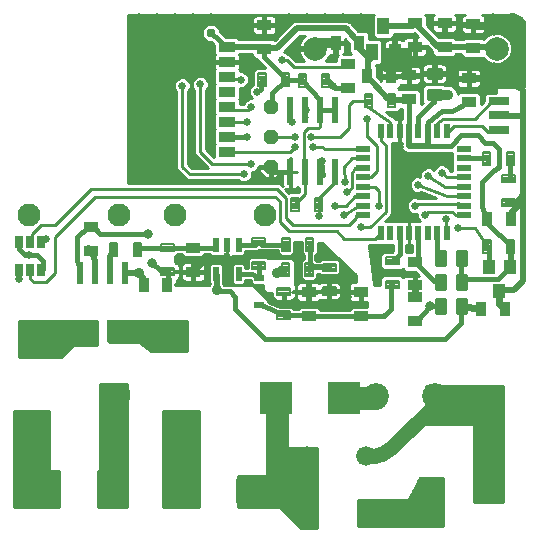
<source format=gbl>
G75*
G70*
%OFA0B0*%
%FSLAX24Y24*%
%IPPOS*%
%LPD*%
%AMOC8*
5,1,8,0,0,1.08239X$1,22.5*
%
%ADD10R,0.0400X0.0450*%
%ADD11R,0.0220X0.0780*%
%ADD12C,0.0079*%
%ADD13R,0.0512X0.0355*%
%ADD14R,0.0355X0.0512*%
%ADD15C,0.0787*%
%ADD16C,0.0860*%
%ADD17R,0.0220X0.0500*%
%ADD18R,0.0669X0.0276*%
%ADD19R,0.0394X0.0551*%
%ADD20R,0.0210X0.0500*%
%ADD21R,0.0500X0.0210*%
%ADD22R,0.0551X0.0354*%
%ADD23C,0.0660*%
%ADD24C,0.0700*%
%ADD25R,0.0327X0.0248*%
%ADD26R,0.0276X0.0394*%
%ADD27C,0.0768*%
%ADD28C,0.0100*%
%ADD29OC8,0.0480*%
%ADD30R,0.0800X0.0800*%
%ADD31C,0.0800*%
%ADD32R,0.0236X0.0866*%
%ADD33R,0.1102X0.1102*%
%ADD34C,0.0160*%
%ADD35C,0.0200*%
%ADD36C,0.0310*%
%ADD37C,0.0250*%
%ADD38C,0.0240*%
%ADD39C,0.0320*%
%ADD40C,0.0120*%
%ADD41C,0.0760*%
%ADD42C,0.0500*%
%ADD43C,0.0356*%
%ADD44C,0.0317*%
D10*
X020530Y011956D03*
X021230Y011956D03*
X020880Y011156D03*
D11*
X008410Y011766D03*
X007910Y011766D03*
X007410Y011766D03*
X006910Y011766D03*
X006910Y009826D03*
X007410Y009826D03*
X007910Y009826D03*
X008410Y009826D03*
D12*
X010037Y011684D02*
X010037Y011920D01*
X010037Y011684D02*
X009603Y011684D01*
X009603Y011920D01*
X010037Y011920D01*
X010037Y011762D02*
X009603Y011762D01*
X009603Y011840D02*
X010037Y011840D01*
X010037Y011918D02*
X009603Y011918D01*
X010037Y012472D02*
X010037Y012708D01*
X010037Y012472D02*
X009603Y012472D01*
X009603Y012708D01*
X010037Y012708D01*
X010037Y012550D02*
X009603Y012550D01*
X009603Y012628D02*
X010037Y012628D01*
X010037Y012706D02*
X009603Y012706D01*
X008921Y012309D02*
X008685Y012309D01*
X008685Y012743D01*
X008921Y012743D01*
X008921Y012309D01*
X008921Y012387D02*
X008685Y012387D01*
X008685Y012465D02*
X008921Y012465D01*
X008921Y012543D02*
X008685Y012543D01*
X008685Y012621D02*
X008921Y012621D01*
X008921Y012699D02*
X008685Y012699D01*
X008134Y012309D02*
X007898Y012309D01*
X007898Y012743D01*
X008134Y012743D01*
X008134Y012309D01*
X008134Y012387D02*
X007898Y012387D01*
X007898Y012465D02*
X008134Y012465D01*
X008134Y012543D02*
X007898Y012543D01*
X007898Y012621D02*
X008134Y012621D01*
X008134Y012699D02*
X007898Y012699D01*
X012643Y012672D02*
X012643Y012908D01*
X013077Y012908D01*
X013077Y012672D01*
X012643Y012672D01*
X012643Y012750D02*
X013077Y012750D01*
X013077Y012828D02*
X012643Y012828D01*
X012643Y012906D02*
X013077Y012906D01*
X013648Y012479D02*
X013884Y012479D01*
X013648Y012479D02*
X013648Y012913D01*
X013884Y012913D01*
X013884Y012479D01*
X013884Y012557D02*
X013648Y012557D01*
X013648Y012635D02*
X013884Y012635D01*
X013884Y012713D02*
X013648Y012713D01*
X013648Y012791D02*
X013884Y012791D01*
X013884Y012869D02*
X013648Y012869D01*
X014435Y012479D02*
X014671Y012479D01*
X014435Y012479D02*
X014435Y012913D01*
X014671Y012913D01*
X014671Y012479D01*
X014671Y012557D02*
X014435Y012557D01*
X014435Y012635D02*
X014671Y012635D01*
X014671Y012713D02*
X014435Y012713D01*
X014435Y012791D02*
X014671Y012791D01*
X014671Y012869D02*
X014435Y012869D01*
X015427Y012058D02*
X015427Y011822D01*
X014993Y011822D01*
X014993Y012058D01*
X015427Y012058D01*
X015427Y011900D02*
X014993Y011900D01*
X014993Y011978D02*
X015427Y011978D01*
X015427Y012056D02*
X014993Y012056D01*
X014651Y012083D02*
X014415Y012083D01*
X014651Y012083D02*
X014651Y011649D01*
X014415Y011649D01*
X014415Y012083D01*
X014415Y011727D02*
X014651Y011727D01*
X014651Y011805D02*
X014415Y011805D01*
X014415Y011883D02*
X014651Y011883D01*
X014651Y011961D02*
X014415Y011961D01*
X014415Y012039D02*
X014651Y012039D01*
X013864Y012083D02*
X013628Y012083D01*
X013864Y012083D02*
X013864Y011649D01*
X013628Y011649D01*
X013628Y012083D01*
X013628Y011727D02*
X013864Y011727D01*
X013864Y011805D02*
X013628Y011805D01*
X013628Y011883D02*
X013864Y011883D01*
X013864Y011961D02*
X013628Y011961D01*
X013628Y012039D02*
X013864Y012039D01*
X013473Y011258D02*
X013473Y011022D01*
X013473Y011258D02*
X013907Y011258D01*
X013907Y011022D01*
X013473Y011022D01*
X013473Y011100D02*
X013907Y011100D01*
X013907Y011178D02*
X013473Y011178D01*
X013473Y011256D02*
X013907Y011256D01*
X013473Y010470D02*
X013473Y010234D01*
X013473Y010470D02*
X013907Y010470D01*
X013907Y010234D01*
X013473Y010234D01*
X013473Y010312D02*
X013907Y010312D01*
X013907Y010390D02*
X013473Y010390D01*
X013473Y010468D02*
X013907Y010468D01*
X015427Y011034D02*
X015427Y011270D01*
X015427Y011034D02*
X014993Y011034D01*
X014993Y011270D01*
X015427Y011270D01*
X015427Y011112D02*
X014993Y011112D01*
X014993Y011190D02*
X015427Y011190D01*
X015427Y011268D02*
X014993Y011268D01*
X012643Y011884D02*
X012643Y012120D01*
X013077Y012120D01*
X013077Y011884D01*
X012643Y011884D01*
X012643Y011962D02*
X013077Y011962D01*
X013077Y012040D02*
X012643Y012040D01*
X012643Y012118D02*
X013077Y012118D01*
X013948Y014263D02*
X014184Y014263D01*
X014184Y013829D01*
X013948Y013829D01*
X013948Y014263D01*
X013948Y013907D02*
X014184Y013907D01*
X014184Y013985D02*
X013948Y013985D01*
X013948Y014063D02*
X014184Y014063D01*
X014184Y014141D02*
X013948Y014141D01*
X013948Y014219D02*
X014184Y014219D01*
X014735Y014263D02*
X014971Y014263D01*
X014971Y013829D01*
X014735Y013829D01*
X014735Y014263D01*
X014735Y013907D02*
X014971Y013907D01*
X014971Y013985D02*
X014735Y013985D01*
X014735Y014063D02*
X014971Y014063D01*
X014971Y014141D02*
X014735Y014141D01*
X014735Y014219D02*
X014971Y014219D01*
X017093Y012278D02*
X017093Y012042D01*
X017093Y012278D02*
X017527Y012278D01*
X017527Y012042D01*
X017093Y012042D01*
X017093Y012120D02*
X017527Y012120D01*
X017527Y012198D02*
X017093Y012198D01*
X017093Y012276D02*
X017527Y012276D01*
X017093Y011490D02*
X017093Y011254D01*
X017093Y011490D02*
X017527Y011490D01*
X017527Y011254D01*
X017093Y011254D01*
X017093Y011332D02*
X017527Y011332D01*
X017527Y011410D02*
X017093Y011410D01*
X017093Y011488D02*
X017527Y011488D01*
X020348Y012429D02*
X020584Y012429D01*
X020348Y012429D02*
X020348Y012863D01*
X020584Y012863D01*
X020584Y012429D01*
X020584Y012507D02*
X020348Y012507D01*
X020348Y012585D02*
X020584Y012585D01*
X020584Y012663D02*
X020348Y012663D01*
X020348Y012741D02*
X020584Y012741D01*
X020584Y012819D02*
X020348Y012819D01*
X021135Y012429D02*
X021371Y012429D01*
X021135Y012429D02*
X021135Y012863D01*
X021371Y012863D01*
X021371Y012429D01*
X021371Y012507D02*
X021135Y012507D01*
X021135Y012585D02*
X021371Y012585D01*
X021371Y012663D02*
X021135Y012663D01*
X021135Y012741D02*
X021371Y012741D01*
X021371Y012819D02*
X021135Y012819D01*
X021397Y013984D02*
X021397Y014220D01*
X021397Y013984D02*
X020963Y013984D01*
X020963Y014220D01*
X021397Y014220D01*
X021397Y014062D02*
X020963Y014062D01*
X020963Y014140D02*
X021397Y014140D01*
X021397Y014218D02*
X020963Y014218D01*
X021397Y014772D02*
X021397Y015008D01*
X021397Y014772D02*
X020963Y014772D01*
X020963Y015008D01*
X021397Y015008D01*
X021397Y014850D02*
X020963Y014850D01*
X020963Y014928D02*
X021397Y014928D01*
X021397Y015006D02*
X020963Y015006D01*
X021125Y015349D02*
X021361Y015349D01*
X021125Y015349D02*
X021125Y015783D01*
X021361Y015783D01*
X021361Y015349D01*
X021361Y015427D02*
X021125Y015427D01*
X021125Y015505D02*
X021361Y015505D01*
X021361Y015583D02*
X021125Y015583D01*
X021125Y015661D02*
X021361Y015661D01*
X021361Y015739D02*
X021125Y015739D01*
X020574Y015349D02*
X020338Y015349D01*
X020338Y015783D01*
X020574Y015783D01*
X020574Y015349D01*
X020574Y015427D02*
X020338Y015427D01*
X020338Y015505D02*
X020574Y015505D01*
X020574Y015583D02*
X020338Y015583D01*
X020338Y015661D02*
X020574Y015661D01*
X020574Y015739D02*
X020338Y015739D01*
X017411Y017733D02*
X017175Y017733D01*
X017411Y017733D02*
X017411Y017299D01*
X017175Y017299D01*
X017175Y017733D01*
X017175Y017377D02*
X017411Y017377D01*
X017411Y017455D02*
X017175Y017455D01*
X017175Y017533D02*
X017411Y017533D01*
X017411Y017611D02*
X017175Y017611D01*
X017175Y017689D02*
X017411Y017689D01*
X016624Y017733D02*
X016388Y017733D01*
X016624Y017733D02*
X016624Y017299D01*
X016388Y017299D01*
X016388Y017733D01*
X016388Y017377D02*
X016624Y017377D01*
X016624Y017455D02*
X016388Y017455D01*
X016388Y017533D02*
X016624Y017533D01*
X016624Y017611D02*
X016388Y017611D01*
X016388Y017689D02*
X016624Y017689D01*
X015211Y017959D02*
X014975Y017959D01*
X014975Y018393D01*
X015211Y018393D01*
X015211Y017959D01*
X015211Y018037D02*
X014975Y018037D01*
X014975Y018115D02*
X015211Y018115D01*
X015211Y018193D02*
X014975Y018193D01*
X014975Y018271D02*
X015211Y018271D01*
X015211Y018349D02*
X014975Y018349D01*
X014424Y017959D02*
X014188Y017959D01*
X014188Y018393D01*
X014424Y018393D01*
X014424Y017959D01*
X014424Y018037D02*
X014188Y018037D01*
X014188Y018115D02*
X014424Y018115D01*
X014424Y018193D02*
X014188Y018193D01*
X014188Y018271D02*
X014424Y018271D01*
X014424Y018349D02*
X014188Y018349D01*
X013871Y017979D02*
X013635Y017979D01*
X013635Y018413D01*
X013871Y018413D01*
X013871Y017979D01*
X013871Y018057D02*
X013635Y018057D01*
X013635Y018135D02*
X013871Y018135D01*
X013871Y018213D02*
X013635Y018213D01*
X013635Y018291D02*
X013871Y018291D01*
X013871Y018369D02*
X013635Y018369D01*
X013084Y017979D02*
X012848Y017979D01*
X012848Y018413D01*
X013084Y018413D01*
X013084Y017979D01*
X013084Y018057D02*
X012848Y018057D01*
X012848Y018135D02*
X013084Y018135D01*
X013084Y018213D02*
X012848Y018213D01*
X012848Y018291D02*
X013084Y018291D01*
X013084Y018369D02*
X012848Y018369D01*
D13*
X013040Y019222D03*
X013040Y020010D03*
X015830Y018710D03*
X015830Y017922D03*
X017860Y017552D03*
X017860Y018340D03*
X018060Y019282D03*
X018060Y020070D03*
X019050Y020080D03*
X019050Y019292D03*
X020010Y019252D03*
X020010Y020040D03*
X019860Y018240D03*
X019860Y017452D03*
X018060Y012128D03*
X018060Y011341D03*
X018060Y010940D03*
X018060Y010152D03*
X016260Y010332D03*
X016260Y011120D03*
X014520Y011120D03*
X014520Y010332D03*
X010670Y011792D03*
X010670Y012580D03*
X007260Y012502D03*
X007260Y013290D03*
D14*
X009016Y011346D03*
X009803Y011346D03*
X016476Y018306D03*
X017263Y018306D03*
X016203Y019426D03*
X015416Y019426D03*
X020466Y013546D03*
X021253Y013546D03*
X021053Y010546D03*
X020266Y010546D03*
D15*
X020791Y019233D03*
X014728Y019233D03*
D16*
X016775Y007658D03*
X018744Y007658D03*
D17*
X012190Y011716D03*
X011430Y011716D03*
X011430Y012676D03*
X011810Y012676D03*
X012190Y012676D03*
D18*
X020851Y016535D03*
X020851Y017007D03*
X020851Y017479D03*
D19*
X017384Y019113D03*
X016635Y019113D03*
X017010Y019979D03*
D20*
X016922Y016471D03*
X017237Y016471D03*
X017552Y016471D03*
X017867Y016471D03*
X018182Y016471D03*
X018497Y016471D03*
X018812Y016471D03*
X019127Y016471D03*
X019127Y013091D03*
X018812Y013091D03*
X018497Y013091D03*
X018182Y013091D03*
X017867Y013091D03*
X017552Y013091D03*
X017237Y013091D03*
X016922Y013091D03*
D21*
X016334Y013679D03*
X016334Y013994D03*
X016334Y014309D03*
X016334Y014624D03*
X016334Y014939D03*
X016334Y015254D03*
X016334Y015569D03*
X016334Y015884D03*
X019714Y015884D03*
X019714Y015569D03*
X019714Y015254D03*
X019714Y014939D03*
X019714Y014624D03*
X019714Y014309D03*
X019714Y013994D03*
X019714Y013679D03*
D22*
X011799Y015796D03*
X011799Y016296D03*
X011799Y016796D03*
X011799Y017296D03*
X011799Y017796D03*
X011799Y018296D03*
X011799Y018796D03*
X011799Y019296D03*
D23*
X014475Y005646D03*
X016444Y005646D03*
D24*
X016480Y003696D03*
X014480Y003696D03*
D25*
X012860Y010693D03*
X012860Y011599D03*
D26*
X005604Y011843D03*
X005230Y011843D03*
X004855Y011843D03*
X004855Y012788D03*
X005230Y012788D03*
X005604Y012788D03*
D27*
X005200Y013696D03*
X008200Y013696D03*
X010050Y013696D03*
X013050Y013696D03*
X010050Y009696D03*
X008200Y007696D03*
X010050Y006696D03*
X005200Y006696D03*
X005200Y009696D03*
D28*
X004710Y007146D02*
X004710Y003946D01*
X006210Y003946D01*
X006210Y005146D01*
X005860Y005146D01*
X005860Y007146D01*
X004710Y007146D01*
X004710Y007080D02*
X005860Y007080D01*
X005860Y006981D02*
X004710Y006981D01*
X004710Y006883D02*
X005860Y006883D01*
X005860Y006784D02*
X004710Y006784D01*
X004710Y006686D02*
X005860Y006686D01*
X005860Y006587D02*
X004710Y006587D01*
X004710Y006489D02*
X005860Y006489D01*
X005860Y006390D02*
X004710Y006390D01*
X004710Y006292D02*
X005860Y006292D01*
X005860Y006193D02*
X004710Y006193D01*
X004710Y006095D02*
X005860Y006095D01*
X005860Y005996D02*
X004710Y005996D01*
X004710Y005898D02*
X005860Y005898D01*
X005860Y005799D02*
X004710Y005799D01*
X004710Y005701D02*
X005860Y005701D01*
X005860Y005602D02*
X004710Y005602D01*
X004710Y005504D02*
X005860Y005504D01*
X005860Y005405D02*
X004710Y005405D01*
X004710Y005307D02*
X005860Y005307D01*
X005860Y005208D02*
X004710Y005208D01*
X004710Y005110D02*
X006210Y005110D01*
X006210Y005011D02*
X004710Y005011D01*
X004710Y004913D02*
X006210Y004913D01*
X006210Y004814D02*
X004710Y004814D01*
X004710Y004716D02*
X006210Y004716D01*
X006210Y004617D02*
X004710Y004617D01*
X004710Y004519D02*
X006210Y004519D01*
X006210Y004420D02*
X004710Y004420D01*
X004710Y004322D02*
X006210Y004322D01*
X006210Y004223D02*
X004710Y004223D01*
X004710Y004125D02*
X006210Y004125D01*
X006210Y004026D02*
X004710Y004026D01*
X007510Y004026D02*
X008460Y004026D01*
X008460Y003946D02*
X008460Y008046D01*
X007560Y008046D01*
X007560Y005146D01*
X007510Y005146D01*
X007510Y003946D01*
X008460Y003946D01*
X008460Y004125D02*
X007510Y004125D01*
X007510Y004223D02*
X008460Y004223D01*
X008460Y004322D02*
X007510Y004322D01*
X007510Y004420D02*
X008460Y004420D01*
X008460Y004519D02*
X007510Y004519D01*
X007510Y004617D02*
X008460Y004617D01*
X008460Y004716D02*
X007510Y004716D01*
X007510Y004814D02*
X008460Y004814D01*
X008460Y004913D02*
X007510Y004913D01*
X007510Y005011D02*
X008460Y005011D01*
X008460Y005110D02*
X007510Y005110D01*
X007560Y005208D02*
X008460Y005208D01*
X008460Y005307D02*
X007560Y005307D01*
X007560Y005405D02*
X008460Y005405D01*
X008460Y005504D02*
X007560Y005504D01*
X007560Y005602D02*
X008460Y005602D01*
X008460Y005701D02*
X007560Y005701D01*
X007560Y005799D02*
X008460Y005799D01*
X008460Y005898D02*
X007560Y005898D01*
X007560Y005996D02*
X008460Y005996D01*
X008460Y006095D02*
X007560Y006095D01*
X007560Y006193D02*
X008460Y006193D01*
X008460Y006292D02*
X007560Y006292D01*
X007560Y006390D02*
X008460Y006390D01*
X008460Y006489D02*
X007560Y006489D01*
X007560Y006587D02*
X008460Y006587D01*
X008460Y006686D02*
X007560Y006686D01*
X007560Y006784D02*
X008460Y006784D01*
X008460Y006883D02*
X007560Y006883D01*
X007560Y006981D02*
X008460Y006981D01*
X008460Y007080D02*
X007560Y007080D01*
X007560Y007178D02*
X008460Y007178D01*
X008460Y007277D02*
X007560Y007277D01*
X007560Y007375D02*
X008460Y007375D01*
X008460Y007474D02*
X007560Y007474D01*
X007560Y007572D02*
X008460Y007572D01*
X008460Y007671D02*
X007560Y007671D01*
X007560Y007769D02*
X008460Y007769D01*
X008460Y007868D02*
X007560Y007868D01*
X007560Y007966D02*
X008460Y007966D01*
X009260Y009146D02*
X008860Y009446D01*
X007860Y009446D01*
X007860Y010146D01*
X010460Y010146D01*
X010460Y009146D01*
X009260Y009146D01*
X009256Y009148D02*
X010460Y009148D01*
X010460Y009247D02*
X009125Y009247D01*
X008993Y009345D02*
X010460Y009345D01*
X010460Y009444D02*
X008862Y009444D01*
X007860Y009542D02*
X010460Y009542D01*
X010460Y009641D02*
X007860Y009641D01*
X007860Y009739D02*
X010460Y009739D01*
X010460Y009838D02*
X007860Y009838D01*
X007860Y009936D02*
X010460Y009936D01*
X010460Y010035D02*
X007860Y010035D01*
X007860Y010133D02*
X010460Y010133D01*
X010060Y011346D02*
X010060Y011385D01*
X010131Y011385D01*
X010131Y011520D01*
X010152Y011532D01*
X010188Y011568D01*
X010213Y011611D01*
X010225Y011659D01*
X010225Y011773D01*
X010060Y011773D01*
X010060Y011831D01*
X010225Y011831D01*
X010225Y011945D01*
X010213Y011993D01*
X010188Y012037D01*
X010152Y012072D01*
X010109Y012097D01*
X010061Y012110D01*
X010060Y012110D01*
X010060Y012322D01*
X010098Y012322D01*
X010175Y012400D01*
X010304Y012400D01*
X010304Y012356D01*
X010368Y012292D01*
X010971Y012292D01*
X011035Y012356D01*
X011035Y012390D01*
X011210Y012390D01*
X011210Y012380D01*
X011274Y012316D01*
X011585Y012316D01*
X011591Y012322D01*
X011607Y012306D01*
X011642Y012286D01*
X011680Y012276D01*
X011805Y012276D01*
X011805Y012671D01*
X011815Y012671D01*
X011815Y012276D01*
X011939Y012276D01*
X011977Y012286D01*
X012012Y012306D01*
X012028Y012322D01*
X012034Y012316D01*
X012345Y012316D01*
X012410Y012380D01*
X012410Y012486D01*
X012825Y012486D01*
X012860Y012521D01*
X012875Y012506D01*
X013498Y012506D01*
X013498Y012417D01*
X013586Y012330D01*
X013946Y012330D01*
X014033Y012417D01*
X014033Y012793D01*
X014286Y012780D01*
X014286Y012417D01*
X014363Y012340D01*
X014363Y012232D01*
X014353Y012232D01*
X014266Y012144D01*
X014266Y011587D01*
X014353Y011500D01*
X014713Y011500D01*
X014801Y011587D01*
X014801Y011726D01*
X014877Y011726D01*
X014931Y011672D01*
X015488Y011672D01*
X015575Y011760D01*
X015575Y012120D01*
X015488Y012207D01*
X014931Y012207D01*
X014870Y012146D01*
X014799Y012146D01*
X014743Y012202D01*
X014926Y012202D01*
X014743Y012202D02*
X014743Y012340D01*
X014821Y012417D01*
X014821Y012753D01*
X014960Y012746D01*
X016110Y011672D01*
X016110Y011447D01*
X015984Y011447D01*
X015946Y011437D01*
X015912Y011417D01*
X015884Y011389D01*
X015864Y011355D01*
X015854Y011317D01*
X015854Y011158D01*
X016221Y011158D01*
X016221Y011081D01*
X016298Y011081D01*
X016298Y010792D01*
X016460Y010792D01*
X016460Y010620D01*
X015958Y010620D01*
X015894Y010555D01*
X015894Y010522D01*
X014885Y010522D01*
X014885Y010555D01*
X014821Y010620D01*
X014218Y010620D01*
X014154Y010555D01*
X014154Y010542D01*
X014045Y010542D01*
X013968Y010620D01*
X013558Y010620D01*
X013245Y010761D01*
X012660Y011346D01*
X011709Y011346D01*
X011704Y011359D01*
X011670Y011393D01*
X011670Y011773D01*
X011650Y011793D01*
X011650Y012011D01*
X011585Y012076D01*
X011274Y012076D01*
X011210Y012011D01*
X011210Y011420D01*
X011243Y011387D01*
X011215Y011359D01*
X011210Y011346D01*
X010060Y011346D01*
X010131Y011414D02*
X011216Y011414D01*
X011210Y011512D02*
X011035Y011512D01*
X011045Y011523D02*
X011065Y011557D01*
X011075Y011595D01*
X011075Y011753D01*
X010708Y011753D01*
X010708Y011465D01*
X010945Y011465D01*
X010983Y011475D01*
X011018Y011495D01*
X011045Y011523D01*
X011075Y011611D02*
X011210Y011611D01*
X011210Y011709D02*
X011075Y011709D01*
X011075Y011831D02*
X011075Y011989D01*
X011065Y012028D01*
X011045Y012062D01*
X011018Y012090D01*
X010983Y012109D01*
X010945Y012120D01*
X010708Y012120D01*
X010708Y011831D01*
X010631Y011831D01*
X010631Y012120D01*
X010394Y012120D01*
X010356Y012109D01*
X010322Y012090D01*
X010294Y012062D01*
X010274Y012028D01*
X010264Y011989D01*
X010264Y011831D01*
X010631Y011831D01*
X010631Y011753D01*
X010708Y011753D01*
X010708Y011831D01*
X011075Y011831D01*
X011075Y011906D02*
X011210Y011906D01*
X011210Y011808D02*
X010708Y011808D01*
X010631Y011808D02*
X010060Y011808D01*
X010225Y011906D02*
X010264Y011906D01*
X010268Y012005D02*
X010206Y012005D01*
X010084Y012103D02*
X010345Y012103D01*
X010360Y012300D02*
X010060Y012300D01*
X010060Y012202D02*
X012513Y012202D01*
X012494Y012182D02*
X012494Y011906D01*
X012410Y011906D01*
X012410Y012011D01*
X012345Y012076D01*
X012034Y012076D01*
X011970Y012011D01*
X011970Y011420D01*
X012034Y011356D01*
X012345Y011356D01*
X012410Y011420D01*
X012410Y011526D01*
X012586Y011526D01*
X012586Y011429D01*
X012651Y011365D01*
X013010Y011365D01*
X013010Y011263D01*
X013007Y011260D01*
X013010Y011243D01*
X013010Y011225D01*
X013011Y011224D01*
X013009Y011220D01*
X013014Y011207D01*
X013016Y011193D01*
X013022Y011189D01*
X013021Y011182D01*
X013029Y011171D01*
X013035Y011158D01*
X013041Y011155D01*
X013042Y011148D01*
X013053Y011139D01*
X013062Y011128D01*
X013069Y011127D01*
X013071Y011121D01*
X013084Y011116D01*
X013096Y011107D01*
X013102Y011108D01*
X013107Y011102D01*
X013121Y011101D01*
X013134Y011095D01*
X013138Y011097D01*
X013139Y011096D01*
X013156Y011096D01*
X013174Y011094D01*
X013176Y011096D01*
X013284Y011096D01*
X013284Y010996D01*
X013297Y010948D01*
X013321Y010905D01*
X013357Y010870D01*
X013400Y010845D01*
X013448Y010832D01*
X013661Y010832D01*
X013661Y011096D01*
X013718Y011096D01*
X013718Y010832D01*
X013931Y010832D01*
X013979Y010845D01*
X014022Y010870D01*
X014058Y010905D01*
X014083Y010948D01*
X014095Y010996D01*
X014095Y011111D01*
X013979Y011111D01*
X013985Y011116D01*
X013998Y011121D01*
X014000Y011127D01*
X014007Y011128D01*
X014016Y011139D01*
X014027Y011148D01*
X014028Y011155D01*
X014034Y011158D01*
X014039Y011168D01*
X014095Y011168D01*
X014095Y011283D01*
X014083Y011331D01*
X014060Y011371D01*
X014060Y012079D01*
X014062Y012082D01*
X014060Y012099D01*
X014060Y012117D01*
X014059Y012118D01*
X014060Y012122D01*
X014055Y012135D01*
X014053Y012149D01*
X014047Y012153D01*
X014048Y012160D01*
X014040Y012171D01*
X014034Y012184D01*
X014028Y012187D01*
X014027Y012194D01*
X014016Y012202D01*
X014007Y012213D01*
X014000Y012214D01*
X013998Y012221D01*
X013985Y012226D01*
X013974Y012235D01*
X013967Y012234D01*
X013962Y012239D01*
X013948Y012241D01*
X013935Y012247D01*
X013931Y012245D01*
X013930Y012246D01*
X013913Y012246D01*
X013896Y012248D01*
X013893Y012246D01*
X013176Y012246D01*
X013174Y012248D01*
X013161Y012246D01*
X013138Y012270D01*
X012581Y012270D01*
X012494Y012182D01*
X012494Y012103D02*
X010994Y012103D01*
X011071Y012005D02*
X011210Y012005D01*
X010979Y012300D02*
X011617Y012300D01*
X011805Y012300D02*
X011815Y012300D01*
X011805Y012399D02*
X011815Y012399D01*
X011805Y012497D02*
X011815Y012497D01*
X011805Y012596D02*
X011815Y012596D01*
X012002Y012300D02*
X014363Y012300D01*
X014323Y012202D02*
X014016Y012202D01*
X014060Y012103D02*
X014266Y012103D01*
X014266Y012005D02*
X014060Y012005D01*
X014060Y011906D02*
X014266Y011906D01*
X014266Y011808D02*
X014060Y011808D01*
X014060Y011709D02*
X014266Y011709D01*
X014266Y011611D02*
X014060Y011611D01*
X014060Y011512D02*
X014341Y011512D01*
X014244Y011447D02*
X014206Y011437D01*
X014172Y011417D01*
X014144Y011389D01*
X014124Y011355D01*
X014114Y011317D01*
X014114Y011158D01*
X014481Y011158D01*
X014481Y011081D01*
X014558Y011081D01*
X014558Y010792D01*
X014795Y010792D01*
X014833Y010802D01*
X014868Y010822D01*
X014895Y010850D01*
X014905Y010866D01*
X014920Y010858D01*
X014968Y010845D01*
X015181Y010845D01*
X015181Y011123D01*
X015238Y011123D01*
X015238Y010845D01*
X015451Y010845D01*
X015499Y010858D01*
X015542Y010882D01*
X015578Y010918D01*
X015603Y010961D01*
X015615Y011009D01*
X015615Y011123D01*
X015238Y011123D01*
X015238Y011181D01*
X015181Y011181D01*
X015181Y011460D01*
X014968Y011460D01*
X014920Y011447D01*
X014877Y011422D01*
X014870Y011415D01*
X014868Y011417D01*
X014833Y011437D01*
X014795Y011447D01*
X014558Y011447D01*
X014558Y011158D01*
X014481Y011158D01*
X014481Y011447D01*
X014244Y011447D01*
X014168Y011414D02*
X014060Y011414D01*
X014087Y011315D02*
X014114Y011315D01*
X014114Y011217D02*
X014095Y011217D01*
X014114Y011081D02*
X014114Y010922D01*
X014124Y010884D01*
X014144Y010850D01*
X014172Y010822D01*
X014206Y010802D01*
X014244Y010792D01*
X014481Y010792D01*
X014481Y011081D01*
X014114Y011081D01*
X014114Y011020D02*
X014095Y011020D01*
X014114Y010921D02*
X014067Y010921D01*
X014171Y010823D02*
X013182Y010823D01*
X013084Y010921D02*
X013312Y010921D01*
X013284Y011020D02*
X012985Y011020D01*
X013078Y011118D02*
X012887Y011118D01*
X012788Y011217D02*
X013010Y011217D01*
X013010Y011315D02*
X012690Y011315D01*
X012601Y011414D02*
X012403Y011414D01*
X012410Y011512D02*
X012586Y011512D01*
X012494Y011906D02*
X012410Y011906D01*
X012410Y012005D02*
X012494Y012005D01*
X012410Y012399D02*
X013517Y012399D01*
X013498Y012497D02*
X012836Y012497D01*
X011970Y012005D02*
X011650Y012005D01*
X011650Y011906D02*
X011970Y011906D01*
X011970Y011808D02*
X011650Y011808D01*
X011670Y011709D02*
X011970Y011709D01*
X011970Y011611D02*
X011670Y011611D01*
X011670Y011512D02*
X011970Y011512D01*
X011976Y011414D02*
X011670Y011414D01*
X010708Y011512D02*
X010631Y011512D01*
X010631Y011465D02*
X010394Y011465D01*
X010356Y011475D01*
X010322Y011495D01*
X010294Y011523D01*
X010274Y011557D01*
X010264Y011595D01*
X010264Y011753D01*
X010631Y011753D01*
X010631Y011465D01*
X010631Y011611D02*
X010708Y011611D01*
X010708Y011709D02*
X010631Y011709D01*
X010631Y011906D02*
X010708Y011906D01*
X010708Y012005D02*
X010631Y012005D01*
X010631Y012103D02*
X010708Y012103D01*
X010304Y012399D02*
X010175Y012399D01*
X010225Y011709D02*
X010264Y011709D01*
X010264Y011611D02*
X010212Y011611D01*
X010131Y011512D02*
X010304Y011512D01*
X007460Y010146D02*
X007460Y009346D01*
X006660Y009346D01*
X006260Y008946D01*
X004860Y008946D01*
X004860Y010146D01*
X007460Y010146D01*
X007460Y010133D02*
X004860Y010133D01*
X004860Y010035D02*
X007460Y010035D01*
X007460Y009936D02*
X004860Y009936D01*
X004860Y009838D02*
X007460Y009838D01*
X007460Y009739D02*
X004860Y009739D01*
X004860Y009641D02*
X007460Y009641D01*
X007460Y009542D02*
X004860Y009542D01*
X004860Y009444D02*
X007460Y009444D01*
X006659Y009345D02*
X004860Y009345D01*
X004860Y009247D02*
X006561Y009247D01*
X006462Y009148D02*
X004860Y009148D01*
X004860Y009050D02*
X006364Y009050D01*
X006265Y008951D02*
X004860Y008951D01*
X005350Y011446D02*
X005230Y011566D01*
X005230Y011843D01*
X004855Y011843D02*
X004855Y011550D01*
X004860Y011546D01*
X005350Y011446D02*
X005760Y011446D01*
X006060Y011746D01*
X006060Y012946D01*
X007410Y014296D01*
X013410Y014296D01*
X013560Y014146D01*
X013560Y013446D01*
X013860Y013146D01*
X015460Y013146D01*
X015710Y012896D01*
X016726Y012896D01*
X016922Y013091D01*
X016750Y012696D02*
X016755Y012691D01*
X017322Y012691D01*
X017322Y012497D01*
X017292Y012467D01*
X017015Y012467D01*
X016904Y012356D01*
X016904Y011963D01*
X017015Y011852D01*
X017604Y011852D01*
X017654Y011901D01*
X017654Y011888D01*
X017741Y011801D01*
X018062Y011801D01*
X018194Y011668D01*
X018098Y011668D01*
X018098Y011379D01*
X018021Y011379D01*
X018021Y011668D01*
X017784Y011668D01*
X017746Y011658D01*
X017712Y011638D01*
X017684Y011610D01*
X017680Y011604D01*
X017604Y011680D01*
X017015Y011680D01*
X016904Y011569D01*
X016904Y011346D01*
X016710Y011346D01*
X016710Y011349D01*
X016710Y011367D01*
X016707Y011369D01*
X016517Y012696D01*
X016644Y012696D01*
X016750Y012696D01*
X016751Y012694D02*
X016517Y012694D01*
X016531Y012596D02*
X017322Y012596D01*
X017322Y012497D02*
X016546Y012497D01*
X016560Y012399D02*
X016946Y012399D01*
X016904Y012300D02*
X016574Y012300D01*
X016588Y012202D02*
X016904Y012202D01*
X016904Y012103D02*
X016602Y012103D01*
X016616Y012005D02*
X016904Y012005D01*
X016960Y011906D02*
X016630Y011906D01*
X016644Y011808D02*
X017734Y011808D01*
X017684Y011611D02*
X017673Y011611D01*
X018021Y011611D02*
X018098Y011611D01*
X018098Y011512D02*
X018021Y011512D01*
X018021Y011414D02*
X018098Y011414D01*
X018153Y011709D02*
X016658Y011709D01*
X016672Y011611D02*
X016946Y011611D01*
X016904Y011512D02*
X016686Y011512D01*
X016700Y011414D02*
X016904Y011414D01*
X016298Y011020D02*
X016221Y011020D01*
X016221Y011081D02*
X016221Y010792D01*
X015984Y010792D01*
X015946Y010802D01*
X015912Y010822D01*
X015884Y010850D01*
X015864Y010884D01*
X015854Y010922D01*
X015854Y011081D01*
X016221Y011081D01*
X016221Y011118D02*
X015615Y011118D01*
X015615Y011181D02*
X015615Y011295D01*
X015603Y011343D01*
X015578Y011387D01*
X015542Y011422D01*
X015499Y011447D01*
X015451Y011460D01*
X015238Y011460D01*
X015238Y011181D01*
X015615Y011181D01*
X015615Y011217D02*
X015854Y011217D01*
X015854Y011315D02*
X015610Y011315D01*
X015550Y011414D02*
X015908Y011414D01*
X016110Y011512D02*
X014726Y011512D01*
X014801Y011611D02*
X016110Y011611D01*
X016070Y011709D02*
X015525Y011709D01*
X015575Y011808D02*
X015964Y011808D01*
X015859Y011906D02*
X015575Y011906D01*
X015575Y012005D02*
X015753Y012005D01*
X015648Y012103D02*
X015575Y012103D01*
X015542Y012202D02*
X015493Y012202D01*
X015437Y012300D02*
X014743Y012300D01*
X014802Y012399D02*
X015331Y012399D01*
X015226Y012497D02*
X014821Y012497D01*
X014821Y012596D02*
X015120Y012596D01*
X015015Y012694D02*
X014821Y012694D01*
X014286Y012694D02*
X014033Y012694D01*
X014033Y012596D02*
X014286Y012596D01*
X014286Y012497D02*
X014033Y012497D01*
X014015Y012399D02*
X014304Y012399D01*
X014038Y012793D02*
X014033Y012793D01*
X014010Y013346D02*
X013760Y013596D01*
X013760Y014246D01*
X013460Y014546D01*
X007260Y014546D01*
X006060Y013346D01*
X005610Y013346D01*
X005310Y013046D01*
X005310Y012868D01*
X005230Y012788D01*
X005604Y012788D02*
X005652Y012788D01*
X005760Y012896D01*
X008510Y014746D02*
X008510Y020366D01*
X016712Y020366D01*
X016663Y020317D01*
X016663Y019641D01*
X016751Y019553D01*
X017268Y019553D01*
X017356Y019641D01*
X017356Y019729D01*
X018019Y019729D01*
X018038Y019737D01*
X018166Y019610D01*
X018098Y019610D01*
X018098Y019321D01*
X018021Y019321D01*
X018021Y019610D01*
X017784Y019610D01*
X017746Y019599D01*
X017712Y019580D01*
X017684Y019552D01*
X017664Y019518D01*
X017663Y019514D01*
X017638Y019528D01*
X017600Y019538D01*
X017432Y019538D01*
X017432Y019161D01*
X017335Y019161D01*
X017335Y019064D01*
X017037Y019064D01*
X017037Y018817D01*
X017047Y018779D01*
X017067Y018745D01*
X017095Y018717D01*
X017104Y018712D01*
X017066Y018712D01*
X017028Y018702D01*
X016994Y018682D01*
X016966Y018654D01*
X016946Y018620D01*
X016936Y018581D01*
X016936Y018345D01*
X017224Y018345D01*
X017224Y018267D01*
X016936Y018267D01*
X016936Y018167D01*
X016803Y018315D01*
X016803Y018624D01*
X016760Y018668D01*
X016760Y018687D01*
X016894Y018687D01*
X016982Y018775D01*
X016982Y019450D01*
X016894Y019538D01*
X016531Y019538D01*
X016531Y019744D01*
X016443Y019832D01*
X016160Y019832D01*
X015978Y020040D01*
X015975Y020047D01*
X015946Y020077D01*
X015919Y020108D01*
X015911Y020112D01*
X015905Y020118D01*
X015867Y020134D01*
X015829Y020152D01*
X015821Y020153D01*
X015813Y020156D01*
X015772Y020156D01*
X015730Y020159D01*
X015722Y020156D01*
X014070Y020156D01*
X013978Y020118D01*
X013384Y019524D01*
X013358Y019550D01*
X012721Y019550D01*
X012717Y019546D01*
X012214Y019546D01*
X012137Y019623D01*
X011766Y019623D01*
X011565Y019791D01*
X011565Y019807D01*
X011518Y019919D01*
X011432Y020004D01*
X011320Y020051D01*
X011199Y020051D01*
X011087Y020004D01*
X011001Y019919D01*
X010955Y019807D01*
X010955Y019685D01*
X011001Y019573D01*
X011087Y019487D01*
X011199Y019441D01*
X011266Y019441D01*
X011373Y019351D01*
X011373Y019056D01*
X011389Y019040D01*
X011384Y019031D01*
X011373Y018993D01*
X011373Y018834D01*
X011760Y018834D01*
X011760Y018757D01*
X011373Y018757D01*
X011373Y018599D01*
X011384Y018561D01*
X011389Y018551D01*
X011373Y018535D01*
X011373Y018056D01*
X011384Y018046D01*
X011373Y018035D01*
X011373Y017556D01*
X011384Y017546D01*
X011373Y017535D01*
X011373Y017056D01*
X011384Y017046D01*
X011373Y017035D01*
X011373Y016556D01*
X011384Y016546D01*
X011373Y016535D01*
X011373Y016056D01*
X011384Y016046D01*
X011373Y016035D01*
X011373Y015615D01*
X011110Y015879D01*
X011110Y017857D01*
X011143Y017890D01*
X011185Y017991D01*
X011185Y018101D01*
X011143Y018202D01*
X011065Y018279D01*
X010964Y018321D01*
X010855Y018321D01*
X010754Y018279D01*
X010676Y018202D01*
X010635Y018101D01*
X010635Y017991D01*
X010676Y017890D01*
X010710Y017857D01*
X010710Y015713D01*
X010827Y015596D01*
X011177Y015246D01*
X010642Y015246D01*
X010510Y015379D01*
X010510Y017807D01*
X010543Y017840D01*
X010585Y017941D01*
X010585Y018051D01*
X010543Y018152D01*
X010465Y018229D01*
X010364Y018271D01*
X010255Y018271D01*
X010154Y018229D01*
X010076Y018152D01*
X010035Y018051D01*
X010035Y017941D01*
X010076Y017840D01*
X010110Y017807D01*
X010110Y015213D01*
X010477Y014846D01*
X012171Y014846D01*
X012204Y014813D01*
X012305Y014771D01*
X012414Y014771D01*
X012515Y014813D01*
X012593Y014890D01*
X012635Y014991D01*
X012635Y015101D01*
X012626Y015121D01*
X012664Y015121D01*
X012765Y015163D01*
X012843Y015240D01*
X012878Y015326D01*
X013230Y015326D01*
X013230Y015266D01*
X013290Y015266D01*
X013290Y014906D01*
X013421Y014906D01*
X013646Y015131D01*
X013900Y015131D01*
X013900Y015113D01*
X013641Y015113D01*
X013641Y014669D01*
X013650Y014639D01*
X013542Y014746D01*
X008510Y014746D01*
X008510Y014763D02*
X013641Y014763D01*
X013641Y014861D02*
X012564Y014861D01*
X012622Y014960D02*
X013044Y014960D01*
X013098Y014906D02*
X013230Y014906D01*
X013230Y015266D01*
X012870Y015266D01*
X012870Y015134D01*
X013098Y014906D01*
X013230Y014960D02*
X013290Y014960D01*
X013290Y015058D02*
X013230Y015058D01*
X013230Y015157D02*
X013290Y015157D01*
X013290Y015255D02*
X013230Y015255D01*
X012945Y015058D02*
X012635Y015058D01*
X012751Y015157D02*
X012870Y015157D01*
X012870Y015255D02*
X012849Y015255D01*
X012610Y015396D02*
X011310Y015396D01*
X010910Y015796D01*
X010910Y018046D01*
X010993Y018309D02*
X011373Y018309D01*
X011373Y018407D02*
X008510Y018407D01*
X008510Y018309D02*
X010826Y018309D01*
X010685Y018210D02*
X010484Y018210D01*
X010559Y018112D02*
X010639Y018112D01*
X010635Y018013D02*
X010585Y018013D01*
X010574Y017915D02*
X010666Y017915D01*
X010710Y017816D02*
X010519Y017816D01*
X010510Y017718D02*
X010710Y017718D01*
X010710Y017619D02*
X010510Y017619D01*
X010510Y017521D02*
X010710Y017521D01*
X010710Y017422D02*
X010510Y017422D01*
X010510Y017324D02*
X010710Y017324D01*
X010710Y017225D02*
X010510Y017225D01*
X010510Y017127D02*
X010710Y017127D01*
X010710Y017028D02*
X010510Y017028D01*
X010510Y016930D02*
X010710Y016930D01*
X010710Y016831D02*
X010510Y016831D01*
X010510Y016733D02*
X010710Y016733D01*
X010710Y016634D02*
X010510Y016634D01*
X010510Y016536D02*
X010710Y016536D01*
X010710Y016437D02*
X010510Y016437D01*
X010510Y016339D02*
X010710Y016339D01*
X010710Y016240D02*
X010510Y016240D01*
X010510Y016142D02*
X010710Y016142D01*
X010710Y016043D02*
X010510Y016043D01*
X010510Y015945D02*
X010710Y015945D01*
X010710Y015846D02*
X010510Y015846D01*
X010510Y015748D02*
X010710Y015748D01*
X010773Y015649D02*
X010510Y015649D01*
X010510Y015551D02*
X010872Y015551D01*
X010970Y015452D02*
X010510Y015452D01*
X010534Y015354D02*
X011069Y015354D01*
X011167Y015255D02*
X010633Y015255D01*
X010560Y015046D02*
X010310Y015296D01*
X010310Y017996D01*
X010060Y018112D02*
X008510Y018112D01*
X008510Y018210D02*
X010135Y018210D01*
X010035Y018013D02*
X008510Y018013D01*
X008510Y017915D02*
X010045Y017915D01*
X010100Y017816D02*
X008510Y017816D01*
X008510Y017718D02*
X010110Y017718D01*
X010110Y017619D02*
X008510Y017619D01*
X008510Y017521D02*
X010110Y017521D01*
X010110Y017422D02*
X008510Y017422D01*
X008510Y017324D02*
X010110Y017324D01*
X010110Y017225D02*
X008510Y017225D01*
X008510Y017127D02*
X010110Y017127D01*
X010110Y017028D02*
X008510Y017028D01*
X008510Y016930D02*
X010110Y016930D01*
X010110Y016831D02*
X008510Y016831D01*
X008510Y016733D02*
X010110Y016733D01*
X010110Y016634D02*
X008510Y016634D01*
X008510Y016536D02*
X010110Y016536D01*
X010110Y016437D02*
X008510Y016437D01*
X008510Y016339D02*
X010110Y016339D01*
X010110Y016240D02*
X008510Y016240D01*
X008510Y016142D02*
X010110Y016142D01*
X010110Y016043D02*
X008510Y016043D01*
X008510Y015945D02*
X010110Y015945D01*
X010110Y015846D02*
X008510Y015846D01*
X008510Y015748D02*
X010110Y015748D01*
X010110Y015649D02*
X008510Y015649D01*
X008510Y015551D02*
X010110Y015551D01*
X010110Y015452D02*
X008510Y015452D01*
X008510Y015354D02*
X010110Y015354D01*
X010110Y015255D02*
X008510Y015255D01*
X008510Y015157D02*
X010166Y015157D01*
X010264Y015058D02*
X008510Y015058D01*
X008510Y014960D02*
X010363Y014960D01*
X010461Y014861D02*
X008510Y014861D01*
X010560Y015046D02*
X012360Y015046D01*
X011799Y015796D02*
X013909Y015796D01*
X014060Y015946D01*
X014060Y016296D02*
X013260Y016296D01*
X013910Y016846D02*
X013960Y016796D01*
X013910Y016846D02*
X013910Y017169D01*
X014410Y017169D02*
X014410Y016996D01*
X014460Y016946D01*
X014433Y017169D02*
X014410Y017169D01*
X014910Y017169D02*
X014910Y016646D01*
X014860Y016596D01*
X014510Y016596D01*
X014360Y016446D01*
X014360Y015546D01*
X014410Y015496D01*
X014410Y015122D01*
X014410Y014493D01*
X014336Y014316D02*
X014066Y014046D01*
X014189Y014452D02*
X013869Y014452D01*
X013853Y014435D01*
X013741Y014547D01*
X013772Y014539D01*
X013900Y014539D01*
X013900Y015113D01*
X013919Y015113D01*
X013919Y015131D01*
X014141Y015131D01*
X014141Y015113D01*
X013919Y015113D01*
X013919Y014539D01*
X014047Y014539D01*
X014086Y014549D01*
X014120Y014569D01*
X014148Y014597D01*
X014156Y014612D01*
X014210Y014559D01*
X014210Y014493D01*
X014209Y014483D01*
X014201Y014465D01*
X014195Y014458D01*
X014189Y014452D01*
X014202Y014467D02*
X013821Y014467D01*
X013900Y014566D02*
X013919Y014566D01*
X013919Y014664D02*
X013900Y014664D01*
X013900Y014763D02*
X013919Y014763D01*
X013919Y014861D02*
X013900Y014861D01*
X013900Y014960D02*
X013919Y014960D01*
X013919Y015058D02*
X013900Y015058D01*
X013900Y015131D02*
X013900Y015596D01*
X013919Y015596D01*
X013919Y015131D01*
X013900Y015131D01*
X013900Y015157D02*
X013919Y015157D01*
X013919Y015255D02*
X013900Y015255D01*
X013900Y015354D02*
X013919Y015354D01*
X013919Y015452D02*
X013900Y015452D01*
X013900Y015551D02*
X013919Y015551D01*
X013641Y015058D02*
X013574Y015058D01*
X013641Y014960D02*
X013475Y014960D01*
X013624Y014664D02*
X013643Y014664D01*
X014114Y014566D02*
X014203Y014566D01*
X014410Y014493D02*
X014408Y014465D01*
X014404Y014437D01*
X014396Y014410D01*
X014385Y014385D01*
X014372Y014360D01*
X014355Y014337D01*
X014337Y014316D01*
X014853Y014240D02*
X015410Y014796D01*
X015410Y015122D01*
X015710Y015296D02*
X015720Y014796D01*
X015960Y014596D02*
X015810Y014446D01*
X015960Y014596D02*
X015960Y015096D01*
X016067Y015254D01*
X016334Y015254D01*
X016334Y015569D02*
X015982Y015569D01*
X015710Y015296D01*
X016334Y014939D02*
X016341Y014946D01*
X016610Y014946D01*
X016810Y015146D01*
X016810Y015996D01*
X016513Y016292D01*
X016463Y016292D01*
X016460Y016896D01*
X016456Y016292D01*
X016334Y015884D02*
X015047Y015884D01*
X014985Y015946D01*
X014660Y015946D01*
X014610Y016296D02*
X015560Y016296D01*
X015860Y016596D01*
X015860Y017346D01*
X016003Y017490D01*
X016360Y017490D01*
X016506Y017516D01*
X016410Y017502D01*
X016410Y017346D01*
X017237Y016769D01*
X017237Y016471D01*
X017549Y016469D02*
X017554Y016469D01*
X017554Y016071D01*
X017617Y016071D01*
X017617Y016063D01*
X017610Y016046D01*
X017610Y015946D01*
X017648Y015854D01*
X017718Y015784D01*
X017810Y015746D01*
X018559Y015746D01*
X018608Y015766D01*
X019314Y015766D01*
X019314Y015139D01*
X019235Y015139D01*
X019235Y015151D01*
X019193Y015252D01*
X019115Y015329D01*
X019014Y015371D01*
X018905Y015371D01*
X018804Y015329D01*
X018726Y015252D01*
X018702Y015192D01*
X018665Y015229D01*
X018564Y015271D01*
X018455Y015271D01*
X018354Y015229D01*
X018276Y015152D01*
X018235Y015051D01*
X018235Y014962D01*
X018214Y014971D01*
X018105Y014971D01*
X018004Y014929D01*
X017926Y014852D01*
X017885Y014751D01*
X017885Y014641D01*
X017926Y014540D01*
X018004Y014463D01*
X018105Y014421D01*
X018214Y014421D01*
X018262Y014441D01*
X018764Y014244D01*
X018180Y014244D01*
X018114Y014271D01*
X018005Y014271D01*
X017904Y014229D01*
X017826Y014152D01*
X017785Y014051D01*
X017785Y013941D01*
X017826Y013840D01*
X017904Y013763D01*
X018005Y013721D01*
X018114Y013721D01*
X018135Y013729D01*
X018135Y013641D01*
X018176Y013540D01*
X018225Y013491D01*
X018015Y013491D01*
X018010Y013486D01*
X017991Y013491D01*
X017869Y013491D01*
X017869Y013094D01*
X017864Y013094D01*
X017864Y013491D01*
X017742Y013491D01*
X017724Y013486D01*
X017719Y013491D01*
X017072Y013491D01*
X017187Y013596D01*
X017192Y013596D01*
X017248Y013651D01*
X017305Y013704D01*
X017306Y013709D01*
X017310Y013713D01*
X017310Y013791D01*
X017313Y013869D01*
X017310Y013873D01*
X017310Y016071D01*
X017404Y016071D01*
X017409Y016076D01*
X017427Y016071D01*
X017549Y016071D01*
X017549Y016469D01*
X017549Y016474D02*
X017549Y016871D01*
X017427Y016871D01*
X017422Y016870D01*
X017419Y016885D01*
X017366Y016922D01*
X017320Y016969D01*
X017300Y016969D01*
X017097Y017110D01*
X017490Y017110D01*
X017601Y017221D01*
X017601Y017225D01*
X017635Y017225D01*
X017637Y017157D01*
X017637Y016871D01*
X017554Y016871D01*
X017554Y016474D01*
X017549Y016474D01*
X017549Y016437D02*
X017554Y016437D01*
X017549Y016339D02*
X017554Y016339D01*
X017549Y016240D02*
X017554Y016240D01*
X017549Y016142D02*
X017554Y016142D01*
X017610Y016043D02*
X017310Y016043D01*
X017310Y015945D02*
X017610Y015945D01*
X017655Y015846D02*
X017310Y015846D01*
X017310Y015748D02*
X017805Y015748D01*
X017310Y015649D02*
X019314Y015649D01*
X019314Y015551D02*
X017310Y015551D01*
X017310Y015452D02*
X019314Y015452D01*
X019314Y015354D02*
X019055Y015354D01*
X019189Y015255D02*
X019314Y015255D01*
X019314Y015157D02*
X019232Y015157D01*
X019117Y014939D02*
X018960Y015096D01*
X019117Y014939D02*
X019714Y014939D01*
X019714Y014624D02*
X019082Y014624D01*
X018510Y014996D01*
X018602Y015255D02*
X018730Y015255D01*
X018864Y015354D02*
X017310Y015354D01*
X017310Y015255D02*
X018417Y015255D01*
X018282Y015157D02*
X017310Y015157D01*
X017310Y015058D02*
X018238Y015058D01*
X018078Y014960D02*
X017310Y014960D01*
X017310Y014861D02*
X017936Y014861D01*
X017890Y014763D02*
X017310Y014763D01*
X017310Y014664D02*
X017885Y014664D01*
X017916Y014566D02*
X017310Y014566D01*
X017310Y014467D02*
X017999Y014467D01*
X018004Y014270D02*
X017310Y014270D01*
X017310Y014172D02*
X017847Y014172D01*
X017794Y014073D02*
X017310Y014073D01*
X017310Y013975D02*
X017785Y013975D01*
X017811Y013876D02*
X017310Y013876D01*
X017310Y013778D02*
X017889Y013778D01*
X018135Y013679D02*
X017279Y013679D01*
X017170Y013581D02*
X018159Y013581D01*
X018410Y013696D02*
X018510Y013796D01*
X019310Y013796D01*
X019427Y013679D01*
X019714Y013679D01*
X019507Y014044D02*
X018107Y014044D01*
X018060Y013996D01*
X018115Y014270D02*
X018697Y014270D01*
X018445Y014369D02*
X017310Y014369D01*
X016860Y014496D02*
X016860Y013996D01*
X017110Y013796D02*
X016560Y013296D01*
X016260Y013296D01*
X016110Y013596D02*
X016110Y013696D01*
X016317Y013696D01*
X016334Y013679D01*
X016110Y013596D02*
X015860Y013346D01*
X014010Y013346D01*
X014860Y013646D02*
X014860Y014040D01*
X014853Y014046D01*
X014853Y014240D01*
X015410Y013996D02*
X015760Y013996D01*
X016072Y014309D01*
X016334Y014309D01*
X016334Y014624D02*
X016732Y014624D01*
X016860Y014496D01*
X016334Y013994D02*
X016162Y013994D01*
X015710Y013696D01*
X017110Y013796D02*
X017110Y015996D01*
X016922Y016184D01*
X016922Y016471D01*
X017214Y017028D02*
X017637Y017028D01*
X017637Y016930D02*
X017358Y016930D01*
X017549Y016831D02*
X017554Y016831D01*
X017549Y016733D02*
X017554Y016733D01*
X017549Y016634D02*
X017554Y016634D01*
X017549Y016536D02*
X017554Y016536D01*
X017507Y017127D02*
X017637Y017127D01*
X018265Y017377D02*
X018265Y017792D01*
X018178Y017880D01*
X017541Y017880D01*
X017537Y017875D01*
X017500Y017911D01*
X017533Y017930D01*
X017561Y017958D01*
X017580Y017992D01*
X017586Y018012D01*
X017821Y018012D01*
X017821Y018301D01*
X017898Y018301D01*
X017898Y018012D01*
X018135Y018012D01*
X018173Y018022D01*
X018208Y018042D01*
X018235Y018070D01*
X018255Y018104D01*
X018265Y018142D01*
X018265Y018301D01*
X017898Y018301D01*
X017898Y018378D01*
X017821Y018378D01*
X017821Y018301D01*
X017454Y018301D01*
X017454Y018267D01*
X017302Y018267D01*
X017302Y018345D01*
X017224Y018345D01*
X017224Y018687D01*
X017302Y018687D01*
X017302Y018345D01*
X017591Y018345D01*
X017591Y018378D01*
X017821Y018378D01*
X017821Y018667D01*
X017584Y018667D01*
X017555Y018659D01*
X017533Y018682D01*
X017523Y018687D01*
X017600Y018687D01*
X017638Y018697D01*
X017672Y018717D01*
X017700Y018745D01*
X017720Y018779D01*
X017730Y018817D01*
X017730Y018974D01*
X017746Y018965D01*
X017784Y018955D01*
X018021Y018955D01*
X018021Y019243D01*
X018098Y019243D01*
X018098Y018955D01*
X018335Y018955D01*
X018373Y018965D01*
X018408Y018985D01*
X018435Y019013D01*
X018455Y019047D01*
X018465Y019085D01*
X018465Y019243D01*
X018098Y019243D01*
X018098Y019321D01*
X018455Y019321D01*
X018625Y019151D01*
X018625Y019151D01*
X018644Y019132D01*
X018644Y019053D01*
X018731Y018965D01*
X019368Y018965D01*
X019445Y019042D01*
X019604Y019042D01*
X019604Y019013D01*
X019691Y018925D01*
X020328Y018925D01*
X020330Y018927D01*
X020330Y018925D01*
X020483Y018772D01*
X020683Y018690D01*
X020752Y018690D01*
X020752Y017767D01*
X020454Y017767D01*
X020366Y017679D01*
X020366Y017485D01*
X020265Y017385D01*
X020265Y017692D01*
X020178Y017780D01*
X019541Y017780D01*
X019488Y017726D01*
X019488Y017761D01*
X019438Y017882D01*
X019345Y017974D01*
X019225Y018024D01*
X019094Y018024D01*
X019055Y018008D01*
X019017Y018046D01*
X018402Y018046D01*
X018285Y017929D01*
X018285Y017463D01*
X018318Y017430D01*
X018265Y017377D01*
X018265Y017422D02*
X018311Y017422D01*
X018285Y017521D02*
X018265Y017521D01*
X018265Y017619D02*
X018285Y017619D01*
X018285Y017718D02*
X018265Y017718D01*
X018241Y017816D02*
X018285Y017816D01*
X018285Y017915D02*
X017507Y017915D01*
X017821Y018013D02*
X017898Y018013D01*
X017898Y018112D02*
X017821Y018112D01*
X017821Y018210D02*
X017898Y018210D01*
X017898Y018309D02*
X018285Y018309D01*
X018285Y018346D02*
X018285Y018220D01*
X018298Y018169D01*
X018324Y018123D01*
X018362Y018086D01*
X018407Y018059D01*
X018458Y018046D01*
X018660Y018046D01*
X018660Y018346D01*
X018760Y018346D01*
X018760Y018446D01*
X019135Y018446D01*
X019135Y018572D01*
X019121Y018623D01*
X019095Y018669D01*
X019057Y018706D01*
X019012Y018732D01*
X018961Y018746D01*
X018760Y018746D01*
X018760Y018446D01*
X018660Y018446D01*
X018660Y018746D01*
X018458Y018746D01*
X018407Y018732D01*
X018362Y018706D01*
X018324Y018669D01*
X018298Y018623D01*
X018285Y018572D01*
X018285Y018446D01*
X018660Y018446D01*
X018660Y018346D01*
X018285Y018346D01*
X018265Y018378D02*
X018265Y018537D01*
X018255Y018575D01*
X018235Y018609D01*
X018208Y018637D01*
X018173Y018657D01*
X018135Y018667D01*
X017898Y018667D01*
X017898Y018378D01*
X018265Y018378D01*
X018265Y018407D02*
X018660Y018407D01*
X018485Y018546D02*
X018485Y018246D01*
X018485Y018546D02*
X018935Y018546D01*
X018935Y018246D01*
X018485Y018246D01*
X018485Y018345D02*
X018935Y018345D01*
X018935Y018444D02*
X018485Y018444D01*
X018485Y018543D02*
X018935Y018543D01*
X018760Y018506D02*
X018660Y018506D01*
X018660Y018604D02*
X018760Y018604D01*
X018760Y018703D02*
X018660Y018703D01*
X018359Y018703D02*
X017648Y018703D01*
X017726Y018801D02*
X020454Y018801D01*
X020355Y018900D02*
X017730Y018900D01*
X018021Y018998D02*
X018098Y018998D01*
X018098Y019097D02*
X018021Y019097D01*
X018021Y019195D02*
X018098Y019195D01*
X018098Y019294D02*
X018482Y019294D01*
X018465Y019195D02*
X018580Y019195D01*
X018644Y019097D02*
X018465Y019097D01*
X018421Y018998D02*
X018698Y018998D01*
X019060Y018703D02*
X020651Y018703D01*
X020660Y018703D02*
X021702Y018703D01*
X021702Y018801D02*
X021065Y018801D01*
X021076Y018806D02*
X021218Y018948D01*
X021295Y019133D01*
X021295Y019333D01*
X021218Y019519D01*
X021076Y019660D01*
X020891Y019737D01*
X020691Y019737D01*
X020660Y019724D01*
X020660Y020366D01*
X021171Y020366D01*
X021191Y020361D01*
X021221Y020366D01*
X021251Y020366D01*
X021261Y020370D01*
X021319Y020373D01*
X021474Y020335D01*
X021602Y020241D01*
X021685Y020105D01*
X021702Y020039D01*
X021702Y017946D01*
X020660Y017946D01*
X020660Y018743D01*
X020691Y018730D01*
X020891Y018730D01*
X021076Y018806D01*
X021170Y018900D02*
X021702Y018900D01*
X021702Y018998D02*
X021239Y018998D01*
X021280Y019097D02*
X021702Y019097D01*
X021702Y019195D02*
X021295Y019195D01*
X021295Y019294D02*
X021702Y019294D01*
X021702Y019392D02*
X021270Y019392D01*
X021229Y019491D02*
X021702Y019491D01*
X021702Y019589D02*
X021147Y019589D01*
X021010Y019688D02*
X021702Y019688D01*
X021702Y019786D02*
X020660Y019786D01*
X020683Y019777D02*
X020483Y019694D01*
X020348Y019559D01*
X020328Y019580D01*
X019691Y019580D01*
X019654Y019542D01*
X019445Y019542D01*
X019368Y019620D01*
X018863Y019620D01*
X018465Y020017D01*
X018465Y020309D01*
X018409Y020366D01*
X018690Y020366D01*
X018674Y020349D01*
X018654Y020315D01*
X018644Y020277D01*
X018644Y020118D01*
X019011Y020118D01*
X019011Y020041D01*
X019088Y020041D01*
X019088Y019752D01*
X019325Y019752D01*
X019363Y019762D01*
X019398Y019782D01*
X019425Y019810D01*
X019445Y019844D01*
X019455Y019882D01*
X019455Y020041D01*
X019088Y020041D01*
X019088Y020118D01*
X019455Y020118D01*
X019455Y020277D01*
X019445Y020315D01*
X019425Y020349D01*
X019409Y020366D01*
X019730Y020366D01*
X019696Y020357D01*
X019662Y020337D01*
X019634Y020309D01*
X019614Y020275D01*
X019604Y020237D01*
X019604Y020078D01*
X019971Y020078D01*
X019971Y020001D01*
X020048Y020001D01*
X020048Y019712D01*
X020285Y019712D01*
X020323Y019722D01*
X020358Y019742D01*
X020385Y019770D01*
X020405Y019804D01*
X020415Y019842D01*
X020415Y020001D01*
X020048Y020001D01*
X020048Y020078D01*
X020415Y020078D01*
X020415Y020237D01*
X020405Y020275D01*
X020385Y020309D01*
X020358Y020337D01*
X020323Y020357D01*
X020289Y020366D01*
X020752Y020366D01*
X020752Y019777D01*
X020683Y019777D01*
X020752Y019786D02*
X020395Y019786D01*
X020415Y019885D02*
X020752Y019885D01*
X020660Y019885D02*
X021702Y019885D01*
X021702Y019983D02*
X020660Y019983D01*
X020752Y019983D02*
X020415Y019983D01*
X020415Y020082D02*
X020752Y020082D01*
X020660Y020082D02*
X021691Y020082D01*
X021639Y020180D02*
X020660Y020180D01*
X020752Y020180D02*
X020415Y020180D01*
X020403Y020279D02*
X020752Y020279D01*
X020660Y020279D02*
X021551Y020279D01*
X020477Y019688D02*
X018795Y019688D01*
X018774Y019752D02*
X019011Y019752D01*
X019011Y020041D01*
X018644Y020041D01*
X018644Y019882D01*
X018654Y019844D01*
X018674Y019810D01*
X018702Y019782D01*
X018736Y019762D01*
X018774Y019752D01*
X018697Y019786D02*
X018696Y019786D01*
X018644Y019885D02*
X018598Y019885D01*
X018644Y019983D02*
X018499Y019983D01*
X018465Y020082D02*
X019011Y020082D01*
X019088Y020082D02*
X019604Y020082D01*
X019604Y020001D02*
X019604Y019842D01*
X019614Y019804D01*
X019634Y019770D01*
X019662Y019742D01*
X019696Y019722D01*
X019734Y019712D01*
X019971Y019712D01*
X019971Y020001D01*
X019604Y020001D01*
X019604Y019983D02*
X019455Y019983D01*
X019455Y019885D02*
X019604Y019885D01*
X019624Y019786D02*
X019402Y019786D01*
X019398Y019589D02*
X020378Y019589D01*
X020048Y019786D02*
X019971Y019786D01*
X019971Y019885D02*
X020048Y019885D01*
X020048Y019983D02*
X019971Y019983D01*
X019604Y020180D02*
X019455Y020180D01*
X019455Y020279D02*
X019616Y020279D01*
X019088Y019983D02*
X019011Y019983D01*
X019011Y019885D02*
X019088Y019885D01*
X019088Y019786D02*
X019011Y019786D01*
X018644Y020180D02*
X018465Y020180D01*
X018465Y020279D02*
X018644Y020279D01*
X018088Y019688D02*
X017356Y019688D01*
X017305Y019589D02*
X017728Y019589D01*
X018021Y019589D02*
X018098Y019589D01*
X018098Y019491D02*
X018021Y019491D01*
X018021Y019392D02*
X018098Y019392D01*
X017432Y019392D02*
X017335Y019392D01*
X017335Y019294D02*
X017432Y019294D01*
X017432Y019195D02*
X017335Y019195D01*
X017335Y019161D02*
X017335Y019538D01*
X017167Y019538D01*
X017129Y019528D01*
X017095Y019508D01*
X017067Y019480D01*
X017047Y019446D01*
X017037Y019408D01*
X017037Y019161D01*
X017335Y019161D01*
X017335Y019097D02*
X016982Y019097D01*
X016982Y019195D02*
X017037Y019195D01*
X017037Y019294D02*
X016982Y019294D01*
X016982Y019392D02*
X017037Y019392D01*
X017077Y019491D02*
X016942Y019491D01*
X016714Y019589D02*
X016531Y019589D01*
X016531Y019688D02*
X016663Y019688D01*
X016663Y019786D02*
X016488Y019786D01*
X016663Y019885D02*
X016114Y019885D01*
X016028Y019983D02*
X016663Y019983D01*
X016663Y020082D02*
X015941Y020082D01*
X015743Y019549D02*
X015876Y019398D01*
X015876Y019108D01*
X015947Y019037D01*
X015663Y019037D01*
X015685Y019050D01*
X015713Y019078D01*
X015733Y019112D01*
X015743Y019150D01*
X015743Y019387D01*
X015455Y019387D01*
X015455Y019465D01*
X015743Y019465D01*
X015743Y019549D01*
X015743Y019491D02*
X015794Y019491D01*
X015876Y019392D02*
X015455Y019392D01*
X015455Y019387D02*
X015455Y019020D01*
X015494Y019020D01*
X015424Y018949D01*
X015424Y018826D01*
X015090Y018826D01*
X015143Y018879D01*
X015193Y018948D01*
X015230Y019020D01*
X015377Y019020D01*
X015377Y019387D01*
X015455Y019387D01*
X015455Y019294D02*
X015377Y019294D01*
X015377Y019195D02*
X015455Y019195D01*
X015455Y019097D02*
X015377Y019097D01*
X015473Y018998D02*
X015219Y018998D01*
X015158Y018900D02*
X015424Y018900D01*
X015440Y018626D02*
X015746Y018626D01*
X015830Y018710D01*
X015440Y018626D02*
X014020Y018626D01*
X013800Y018846D01*
X013640Y018846D01*
X013828Y019046D02*
X013795Y019079D01*
X013694Y019121D01*
X013688Y019121D01*
X014223Y019656D01*
X014385Y019656D01*
X014374Y019648D01*
X014313Y019587D01*
X014263Y019518D01*
X014224Y019442D01*
X014198Y019361D01*
X014185Y019283D01*
X014678Y019283D01*
X014678Y019183D01*
X014185Y019183D01*
X014198Y019106D01*
X014224Y019025D01*
X014263Y018948D01*
X014313Y018879D01*
X014367Y018826D01*
X014102Y018826D01*
X013882Y019046D01*
X013828Y019046D01*
X013752Y019097D02*
X014201Y019097D01*
X014237Y018998D02*
X013930Y018998D01*
X014028Y018900D02*
X014298Y018900D01*
X014187Y019294D02*
X013861Y019294D01*
X013960Y019392D02*
X014208Y019392D01*
X014249Y019491D02*
X014058Y019491D01*
X014157Y019589D02*
X014315Y019589D01*
X014678Y019195D02*
X013763Y019195D01*
X013450Y019589D02*
X012170Y019589D01*
X011688Y019688D02*
X012742Y019688D01*
X012726Y019692D02*
X012764Y019682D01*
X013001Y019682D01*
X013001Y019971D01*
X013078Y019971D01*
X013078Y019682D01*
X013315Y019682D01*
X013353Y019692D01*
X013388Y019712D01*
X013415Y019740D01*
X013435Y019774D01*
X013445Y019812D01*
X013445Y019971D01*
X013078Y019971D01*
X013078Y020048D01*
X013001Y020048D01*
X013001Y019971D01*
X012634Y019971D01*
X012634Y019812D01*
X012644Y019774D01*
X012664Y019740D01*
X012692Y019712D01*
X012726Y019692D01*
X012641Y019786D02*
X011570Y019786D01*
X011532Y019885D02*
X012634Y019885D01*
X012634Y020048D02*
X013001Y020048D01*
X013001Y020337D01*
X012764Y020337D01*
X012726Y020327D01*
X012692Y020307D01*
X012664Y020279D01*
X012644Y020245D01*
X012634Y020207D01*
X012634Y020048D01*
X012634Y020082D02*
X008510Y020082D01*
X008510Y020180D02*
X012634Y020180D01*
X012663Y020279D02*
X008510Y020279D01*
X008510Y019983D02*
X011066Y019983D01*
X010987Y019885D02*
X008510Y019885D01*
X008510Y019786D02*
X010955Y019786D01*
X010955Y019688D02*
X008510Y019688D01*
X008510Y019589D02*
X010994Y019589D01*
X011083Y019491D02*
X008510Y019491D01*
X008510Y019392D02*
X011324Y019392D01*
X011373Y019294D02*
X008510Y019294D01*
X008510Y019195D02*
X011373Y019195D01*
X011373Y019097D02*
X008510Y019097D01*
X008510Y018998D02*
X011375Y018998D01*
X011373Y018900D02*
X008510Y018900D01*
X008510Y018801D02*
X011760Y018801D01*
X011838Y018801D02*
X012859Y018801D01*
X012810Y018851D02*
X012944Y018716D01*
X013058Y018602D01*
X012769Y018602D01*
X012658Y018491D01*
X012658Y018031D01*
X012654Y018029D01*
X012576Y017952D01*
X012535Y017851D01*
X012535Y017741D01*
X012576Y017640D01*
X012646Y017571D01*
X012555Y017571D01*
X012454Y017529D01*
X012376Y017452D01*
X012353Y017396D01*
X012225Y017396D01*
X012225Y017535D01*
X012214Y017546D01*
X012225Y017556D01*
X012225Y017921D01*
X012314Y017921D01*
X012415Y017963D01*
X012493Y018040D01*
X012535Y018141D01*
X012535Y018251D01*
X012493Y018352D01*
X012415Y018429D01*
X012314Y018471D01*
X012225Y018471D01*
X012225Y018535D01*
X012209Y018551D01*
X012214Y018561D01*
X012225Y018599D01*
X012225Y018757D01*
X011838Y018757D01*
X011838Y018834D01*
X012225Y018834D01*
X012225Y018993D01*
X012214Y019031D01*
X012209Y019040D01*
X012214Y019046D01*
X012634Y019046D01*
X012634Y018983D01*
X012721Y018895D01*
X012810Y018895D01*
X012810Y018851D01*
X012716Y018900D02*
X012225Y018900D01*
X012223Y018998D02*
X012634Y018998D01*
X012957Y018703D02*
X012225Y018703D01*
X012225Y018604D02*
X013056Y018604D01*
X012673Y018506D02*
X012225Y018506D01*
X012437Y018407D02*
X012658Y018407D01*
X012658Y018309D02*
X012510Y018309D01*
X012535Y018210D02*
X012658Y018210D01*
X012658Y018112D02*
X012522Y018112D01*
X012466Y018013D02*
X012638Y018013D01*
X012561Y017915D02*
X012225Y017915D01*
X012225Y017816D02*
X012535Y017816D01*
X012544Y017718D02*
X012225Y017718D01*
X012225Y017619D02*
X012597Y017619D01*
X012446Y017521D02*
X012225Y017521D01*
X012225Y017422D02*
X012364Y017422D01*
X012510Y017196D02*
X011899Y017196D01*
X011799Y017296D01*
X011373Y017324D02*
X011110Y017324D01*
X011110Y017422D02*
X011373Y017422D01*
X011373Y017521D02*
X011110Y017521D01*
X011110Y017619D02*
X011373Y017619D01*
X011373Y017718D02*
X011110Y017718D01*
X011110Y017816D02*
X011373Y017816D01*
X011373Y017915D02*
X011153Y017915D01*
X011185Y018013D02*
X011373Y018013D01*
X011373Y018112D02*
X011180Y018112D01*
X011134Y018210D02*
X011373Y018210D01*
X011799Y018296D02*
X011959Y018246D01*
X012260Y018196D01*
X011373Y018506D02*
X008510Y018506D01*
X008510Y018604D02*
X011373Y018604D01*
X011373Y018703D02*
X008510Y018703D01*
X011110Y017225D02*
X011373Y017225D01*
X011373Y017127D02*
X011110Y017127D01*
X011110Y017028D02*
X011373Y017028D01*
X011373Y016930D02*
X011110Y016930D01*
X011110Y016831D02*
X011373Y016831D01*
X011373Y016733D02*
X011110Y016733D01*
X011110Y016634D02*
X011373Y016634D01*
X011374Y016536D02*
X011110Y016536D01*
X011110Y016437D02*
X011373Y016437D01*
X011373Y016339D02*
X011110Y016339D01*
X011110Y016240D02*
X011373Y016240D01*
X011373Y016142D02*
X011110Y016142D01*
X011110Y016043D02*
X011382Y016043D01*
X011373Y015945D02*
X011110Y015945D01*
X011142Y015846D02*
X011373Y015846D01*
X011373Y015748D02*
X011240Y015748D01*
X011339Y015649D02*
X011373Y015649D01*
X011799Y016796D02*
X011749Y016846D01*
X011799Y016796D02*
X012159Y016796D01*
X012460Y016796D01*
X012510Y017196D02*
X012610Y017296D01*
X014960Y015496D02*
X015036Y014996D01*
X014910Y015122D01*
X017864Y013482D02*
X017869Y013482D01*
X017864Y013384D02*
X017869Y013384D01*
X017864Y013285D02*
X017869Y013285D01*
X017864Y013187D02*
X017869Y013187D01*
X017869Y013089D02*
X017869Y012691D01*
X017952Y012691D01*
X017952Y012456D01*
X017782Y012456D01*
X017782Y012691D01*
X017864Y012691D01*
X017864Y013089D01*
X017869Y013089D01*
X017869Y013088D02*
X017864Y013088D01*
X017864Y012990D02*
X017869Y012990D01*
X017864Y012891D02*
X017869Y012891D01*
X017864Y012793D02*
X017869Y012793D01*
X017864Y012694D02*
X017869Y012694D01*
X017952Y012596D02*
X017782Y012596D01*
X017782Y012497D02*
X017952Y012497D01*
X018760Y012471D02*
X019060Y012471D01*
X019060Y012021D01*
X018760Y012021D01*
X018760Y012471D01*
X018760Y012120D02*
X019060Y012120D01*
X019060Y012219D02*
X018760Y012219D01*
X018760Y012318D02*
X019060Y012318D01*
X019060Y012417D02*
X018760Y012417D01*
X019127Y013091D02*
X019064Y013591D01*
X019110Y013546D01*
X019510Y013246D02*
X020066Y013246D01*
X020466Y012646D01*
X019760Y012471D02*
X019460Y012471D01*
X019760Y012471D02*
X019760Y012021D01*
X019460Y012021D01*
X019460Y012471D01*
X019460Y012120D02*
X019760Y012120D01*
X019760Y012219D02*
X019460Y012219D01*
X019460Y012318D02*
X019760Y012318D01*
X019760Y012417D02*
X019460Y012417D01*
X019453Y011227D02*
X019753Y011227D01*
X019453Y011227D02*
X019453Y011677D01*
X019753Y011677D01*
X019753Y011227D01*
X019753Y011326D02*
X019453Y011326D01*
X019453Y011425D02*
X019753Y011425D01*
X019753Y011524D02*
X019453Y011524D01*
X019453Y011623D02*
X019753Y011623D01*
X019053Y011227D02*
X018753Y011227D01*
X018753Y011677D01*
X019053Y011677D01*
X019053Y011227D01*
X019053Y011326D02*
X018753Y011326D01*
X018753Y011425D02*
X019053Y011425D01*
X019053Y011524D02*
X018753Y011524D01*
X018753Y011623D02*
X019053Y011623D01*
X019060Y010871D02*
X018760Y010871D01*
X019060Y010871D02*
X019060Y010421D01*
X018760Y010421D01*
X018760Y010871D01*
X018760Y010520D02*
X019060Y010520D01*
X019060Y010619D02*
X018760Y010619D01*
X018760Y010718D02*
X019060Y010718D01*
X019060Y010817D02*
X018760Y010817D01*
X019460Y010871D02*
X019760Y010871D01*
X019760Y010421D01*
X019460Y010421D01*
X019460Y010871D01*
X019460Y010520D02*
X019760Y010520D01*
X019760Y010619D02*
X019460Y010619D01*
X019460Y010718D02*
X019760Y010718D01*
X019760Y010817D02*
X019460Y010817D01*
X016460Y010724D02*
X013325Y010724D01*
X013544Y010626D02*
X016460Y010626D01*
X016298Y010823D02*
X016221Y010823D01*
X016221Y010921D02*
X016298Y010921D01*
X015911Y010823D02*
X014868Y010823D01*
X014804Y011081D02*
X014558Y011081D01*
X014558Y011158D01*
X014925Y011158D01*
X014925Y011181D01*
X015181Y011181D01*
X015181Y011123D01*
X014804Y011123D01*
X014804Y011081D01*
X014804Y011118D02*
X014558Y011118D01*
X014481Y011118D02*
X013991Y011118D01*
X013718Y011020D02*
X013661Y011020D01*
X013661Y010921D02*
X013718Y010921D01*
X014481Y010921D02*
X014558Y010921D01*
X014558Y010823D02*
X014481Y010823D01*
X014481Y011020D02*
X014558Y011020D01*
X014558Y011217D02*
X014481Y011217D01*
X014481Y011315D02*
X014558Y011315D01*
X014558Y011414D02*
X014481Y011414D01*
X014801Y011709D02*
X014894Y011709D01*
X015181Y011414D02*
X015238Y011414D01*
X015238Y011315D02*
X015181Y011315D01*
X015181Y011217D02*
X015238Y011217D01*
X015238Y011118D02*
X015181Y011118D01*
X015181Y011020D02*
X015238Y011020D01*
X015238Y010921D02*
X015181Y010921D01*
X015580Y010921D02*
X015854Y010921D01*
X015854Y011020D02*
X015615Y011020D01*
X015894Y010527D02*
X014885Y010527D01*
X018410Y013696D02*
X018427Y013679D01*
X019147Y014309D02*
X018160Y014696D01*
X019147Y014309D02*
X019714Y014309D01*
X019314Y015748D02*
X018564Y015748D01*
X018812Y016471D02*
X018812Y016748D01*
X019010Y016896D01*
X020060Y016896D01*
X020610Y017446D01*
X020835Y017446D01*
X020851Y017479D01*
X020752Y017816D02*
X019465Y017816D01*
X019404Y017915D02*
X019573Y017915D01*
X019584Y017912D02*
X019821Y017912D01*
X019821Y018201D01*
X019898Y018201D01*
X019898Y017912D01*
X020135Y017912D01*
X020173Y017922D01*
X020208Y017942D01*
X020235Y017970D01*
X020255Y018004D01*
X020265Y018042D01*
X020265Y018201D01*
X019898Y018201D01*
X019898Y018278D01*
X019821Y018278D01*
X019821Y018201D01*
X019454Y018201D01*
X019454Y018042D01*
X019464Y018004D01*
X019484Y017970D01*
X019512Y017942D01*
X019546Y017922D01*
X019584Y017912D01*
X019461Y018013D02*
X019250Y018013D01*
X019069Y018013D02*
X019050Y018013D01*
X019012Y018059D02*
X019057Y018086D01*
X019095Y018123D01*
X019121Y018169D01*
X019135Y018220D01*
X019135Y018346D01*
X018760Y018346D01*
X018760Y018046D01*
X018961Y018046D01*
X019012Y018059D01*
X019083Y018112D02*
X019454Y018112D01*
X019454Y018278D02*
X019454Y018437D01*
X019464Y018475D01*
X019484Y018509D01*
X019512Y018537D01*
X019546Y018557D01*
X019584Y018567D01*
X019821Y018567D01*
X019821Y018278D01*
X019454Y018278D01*
X019454Y018309D02*
X019135Y018309D01*
X019132Y018210D02*
X019821Y018210D01*
X019898Y018210D02*
X020752Y018210D01*
X020660Y018210D02*
X021702Y018210D01*
X021702Y018112D02*
X020660Y018112D01*
X020752Y018112D02*
X020265Y018112D01*
X020258Y018013D02*
X020752Y018013D01*
X020660Y018013D02*
X021702Y018013D01*
X021702Y018309D02*
X020660Y018309D01*
X020752Y018309D02*
X020265Y018309D01*
X020265Y018278D02*
X020265Y018437D01*
X020255Y018475D01*
X020235Y018509D01*
X020208Y018537D01*
X020173Y018557D01*
X020135Y018567D01*
X019898Y018567D01*
X019898Y018278D01*
X020265Y018278D01*
X020265Y018407D02*
X020752Y018407D01*
X020660Y018407D02*
X021702Y018407D01*
X021702Y018506D02*
X020660Y018506D01*
X020752Y018506D02*
X020237Y018506D01*
X020660Y018604D02*
X021702Y018604D01*
X020752Y018604D02*
X019126Y018604D01*
X019135Y018506D02*
X019482Y018506D01*
X019454Y018407D02*
X018760Y018407D01*
X018760Y018309D02*
X018660Y018309D01*
X018660Y018210D02*
X018760Y018210D01*
X018760Y018112D02*
X018660Y018112D01*
X018369Y018013D02*
X018140Y018013D01*
X018257Y018112D02*
X018336Y018112D01*
X018287Y018210D02*
X018265Y018210D01*
X018265Y018506D02*
X018285Y018506D01*
X018293Y018604D02*
X018238Y018604D01*
X017898Y018604D02*
X017821Y018604D01*
X017821Y018506D02*
X017898Y018506D01*
X017898Y018407D02*
X017821Y018407D01*
X017821Y018309D02*
X017302Y018309D01*
X017224Y018309D02*
X016808Y018309D01*
X016803Y018407D02*
X016936Y018407D01*
X016936Y018506D02*
X016803Y018506D01*
X016803Y018604D02*
X016942Y018604D01*
X016910Y018703D02*
X017033Y018703D01*
X017041Y018801D02*
X016982Y018801D01*
X016982Y018900D02*
X017037Y018900D01*
X017037Y018998D02*
X016982Y018998D01*
X017224Y018604D02*
X017302Y018604D01*
X017302Y018506D02*
X017224Y018506D01*
X017224Y018407D02*
X017302Y018407D01*
X016936Y018210D02*
X016897Y018210D01*
X015887Y019097D02*
X015724Y019097D01*
X015743Y019195D02*
X015876Y019195D01*
X015876Y019294D02*
X015743Y019294D01*
X016663Y020180D02*
X013445Y020180D01*
X013445Y020207D02*
X013435Y020245D01*
X013415Y020279D01*
X013388Y020307D01*
X013353Y020327D01*
X013315Y020337D01*
X013078Y020337D01*
X013078Y020048D01*
X013445Y020048D01*
X013445Y020207D01*
X013416Y020279D02*
X016663Y020279D01*
X017335Y019491D02*
X017432Y019491D01*
X019401Y018998D02*
X019618Y018998D01*
X019821Y018506D02*
X019898Y018506D01*
X019898Y018407D02*
X019821Y018407D01*
X019821Y018309D02*
X019898Y018309D01*
X019898Y018112D02*
X019821Y018112D01*
X019821Y018013D02*
X019898Y018013D01*
X019898Y017915D02*
X019821Y017915D01*
X020146Y017915D02*
X020752Y017915D01*
X020405Y017718D02*
X020239Y017718D01*
X020265Y017619D02*
X020366Y017619D01*
X020366Y017521D02*
X020265Y017521D01*
X020265Y017422D02*
X020303Y017422D01*
X020310Y016646D02*
X020510Y016446D01*
X020890Y016446D01*
X020851Y016535D01*
X020310Y016646D02*
X019360Y016646D01*
X019185Y016471D01*
X019127Y016471D01*
X018485Y017546D02*
X018485Y017846D01*
X018935Y017846D01*
X018935Y017546D01*
X018485Y017546D01*
X018485Y017645D02*
X018935Y017645D01*
X018935Y017744D02*
X018485Y017744D01*
X018485Y017843D02*
X018935Y017843D01*
X013942Y020082D02*
X013445Y020082D01*
X013445Y019885D02*
X013745Y019885D01*
X013844Y019983D02*
X013078Y019983D01*
X013001Y019983D02*
X011453Y019983D01*
X013001Y019885D02*
X013078Y019885D01*
X013078Y019786D02*
X013001Y019786D01*
X013001Y019688D02*
X013078Y019688D01*
X013337Y019688D02*
X013548Y019688D01*
X013647Y019786D02*
X013438Y019786D01*
X013078Y020082D02*
X013001Y020082D01*
X013001Y020180D02*
X013078Y020180D01*
X013078Y020279D02*
X013001Y020279D01*
X010860Y007146D02*
X009660Y007146D01*
X009660Y003946D01*
X010860Y003946D01*
X010860Y007146D01*
X010860Y007080D02*
X009660Y007080D01*
X009660Y006981D02*
X010860Y006981D01*
X010860Y006883D02*
X009660Y006883D01*
X009660Y006784D02*
X010860Y006784D01*
X010860Y006686D02*
X009660Y006686D01*
X009660Y006587D02*
X010860Y006587D01*
X010860Y006489D02*
X009660Y006489D01*
X009660Y006390D02*
X010860Y006390D01*
X010860Y006292D02*
X009660Y006292D01*
X009660Y006193D02*
X010860Y006193D01*
X010860Y006095D02*
X009660Y006095D01*
X009660Y005996D02*
X010860Y005996D01*
X010860Y005898D02*
X009660Y005898D01*
X009660Y005799D02*
X010860Y005799D01*
X010860Y005701D02*
X009660Y005701D01*
X009660Y005602D02*
X010860Y005602D01*
X010860Y005504D02*
X009660Y005504D01*
X009660Y005405D02*
X010860Y005405D01*
X010860Y005307D02*
X009660Y005307D01*
X009660Y005208D02*
X010860Y005208D01*
X010860Y005110D02*
X009660Y005110D01*
X009660Y005011D02*
X010860Y005011D01*
X010860Y004913D02*
X009660Y004913D01*
X009660Y004814D02*
X010860Y004814D01*
X010860Y004716D02*
X009660Y004716D01*
X009660Y004617D02*
X010860Y004617D01*
X010860Y004519D02*
X009660Y004519D01*
X009660Y004420D02*
X010860Y004420D01*
X010860Y004322D02*
X009660Y004322D01*
X009660Y004223D02*
X010860Y004223D01*
X010860Y004125D02*
X009660Y004125D01*
X009660Y004026D02*
X010860Y004026D01*
D29*
X013260Y015296D03*
X013260Y016296D03*
X013260Y017296D03*
D30*
X012510Y004496D03*
X007860Y004496D03*
X018610Y004546D03*
D31*
X020610Y004546D03*
X010510Y004496D03*
X005860Y004496D03*
D32*
X013910Y015122D03*
X014410Y015122D03*
X014910Y015122D03*
X015410Y015122D03*
X015410Y017169D03*
X014910Y017169D03*
X014410Y017169D03*
X013910Y017169D03*
D33*
X013418Y007596D03*
X015701Y007596D03*
D34*
X014760Y005896D02*
X014760Y003296D01*
X014260Y003296D01*
X013560Y003996D01*
X012210Y003996D01*
X012210Y004946D01*
X013160Y004946D01*
X013610Y005396D01*
X013760Y005896D01*
X014760Y005896D01*
X014760Y005757D02*
X013718Y005757D01*
X013670Y005599D02*
X014760Y005599D01*
X014760Y005440D02*
X013623Y005440D01*
X013496Y005282D02*
X014760Y005282D01*
X014760Y005123D02*
X013337Y005123D01*
X013179Y004965D02*
X014760Y004965D01*
X014760Y004806D02*
X012210Y004806D01*
X012210Y004648D02*
X014760Y004648D01*
X014760Y004489D02*
X012210Y004489D01*
X012210Y004331D02*
X014760Y004331D01*
X014760Y004172D02*
X012210Y004172D01*
X012210Y004014D02*
X014760Y004014D01*
X014760Y003855D02*
X013700Y003855D01*
X013859Y003697D02*
X014760Y003697D01*
X014760Y003538D02*
X014017Y003538D01*
X014176Y003380D02*
X014760Y003380D01*
X016210Y003380D02*
X018960Y003380D01*
X018960Y003346D02*
X016210Y003346D01*
X016210Y004146D01*
X017860Y004146D01*
X018260Y004896D01*
X018960Y004896D01*
X018960Y003346D01*
X018960Y003538D02*
X016210Y003538D01*
X016210Y003697D02*
X018960Y003697D01*
X018960Y003855D02*
X016210Y003855D01*
X016210Y004014D02*
X018960Y004014D01*
X018960Y004172D02*
X017874Y004172D01*
X017958Y004331D02*
X018960Y004331D01*
X018960Y004489D02*
X018043Y004489D01*
X018127Y004648D02*
X018960Y004648D01*
X018960Y004806D02*
X018212Y004806D01*
X020060Y004806D02*
X020960Y004806D01*
X020960Y004648D02*
X020060Y004648D01*
X020060Y004489D02*
X020960Y004489D01*
X020960Y004331D02*
X020060Y004331D01*
X020060Y004172D02*
X020960Y004172D01*
X020960Y004146D02*
X020060Y004146D01*
X020060Y006746D01*
X018460Y006746D01*
X018460Y007946D01*
X020960Y007946D01*
X020960Y004146D01*
X020960Y004965D02*
X020060Y004965D01*
X020060Y005123D02*
X020960Y005123D01*
X020960Y005282D02*
X020060Y005282D01*
X020060Y005440D02*
X020960Y005440D01*
X020960Y005599D02*
X020060Y005599D01*
X020060Y005757D02*
X020960Y005757D01*
X020960Y005916D02*
X020060Y005916D01*
X020060Y006074D02*
X020960Y006074D01*
X020960Y006233D02*
X020060Y006233D01*
X020060Y006391D02*
X020960Y006391D01*
X020960Y006550D02*
X020060Y006550D01*
X020060Y006708D02*
X020960Y006708D01*
X020960Y006867D02*
X018460Y006867D01*
X018460Y007025D02*
X020960Y007025D01*
X020960Y007184D02*
X018460Y007184D01*
X018460Y007342D02*
X020960Y007342D01*
X020960Y007501D02*
X018460Y007501D01*
X018460Y007659D02*
X020960Y007659D01*
X020960Y007818D02*
X018460Y007818D01*
X019060Y009546D02*
X013060Y009546D01*
X012060Y010546D01*
X012060Y010964D01*
X011886Y011138D01*
X011518Y011138D01*
X011460Y011196D01*
X012190Y011716D02*
X012642Y011716D01*
X012860Y011599D01*
X012860Y012002D01*
X012746Y012676D02*
X012190Y012676D01*
X012746Y012676D02*
X012860Y012790D01*
X012953Y012696D01*
X013766Y012696D01*
X014553Y012696D02*
X014553Y011936D01*
X014533Y011866D01*
X013746Y011866D02*
X013680Y011866D01*
X013630Y011916D01*
X013043Y010643D02*
X012860Y010693D01*
X013043Y010643D02*
X013690Y010352D01*
X014500Y010352D01*
X014520Y010332D01*
X016260Y010332D01*
X017004Y010332D01*
X017075Y010361D02*
X017260Y010546D01*
X017260Y011281D01*
X017260Y011322D02*
X017310Y011372D01*
X017289Y011351D01*
X017289Y011352D02*
X017277Y011337D01*
X017268Y011319D01*
X017262Y011301D01*
X017260Y011281D01*
X017310Y012160D02*
X017552Y012402D01*
X017552Y013091D01*
X018182Y013091D02*
X018182Y012250D01*
X018060Y012128D01*
X018686Y011502D01*
X018903Y011452D01*
X019603Y011452D02*
X019610Y011508D01*
X019610Y012246D01*
X019660Y012396D01*
X018910Y012246D02*
X018812Y012444D01*
X018812Y013091D01*
X020466Y013546D02*
X020310Y013952D01*
X020310Y014796D01*
X020660Y015146D01*
X020860Y015296D01*
X020860Y015896D01*
X020660Y016096D01*
X020410Y016096D01*
X020160Y016346D01*
X019610Y016346D01*
X019260Y015996D01*
X018510Y015996D01*
X018510Y016384D02*
X018497Y016471D01*
X018497Y016783D01*
X018960Y017146D01*
X019303Y017146D01*
X019860Y017452D01*
X018710Y017446D02*
X018710Y017696D01*
X018710Y017446D02*
X018660Y017446D01*
X018160Y016946D01*
X018160Y016493D01*
X018182Y016471D01*
X017867Y016471D02*
X017867Y017159D01*
X017860Y017552D01*
X015830Y017922D02*
X015403Y017922D01*
X015330Y017996D01*
X015150Y018176D01*
X015093Y018176D01*
X014890Y017532D02*
X014306Y018176D01*
X014226Y018196D01*
X013753Y018196D01*
X013753Y018232D01*
X013040Y018946D01*
X013040Y019222D01*
X012966Y018196D02*
X012916Y017902D01*
X012810Y017796D01*
X013310Y017752D02*
X013753Y018196D01*
X013310Y017752D02*
X013260Y017296D01*
X012460Y016296D02*
X012209Y016296D01*
X011799Y016296D01*
X013260Y015296D02*
X013386Y015122D01*
X013910Y015122D01*
X014910Y017169D02*
X015410Y017169D01*
X014910Y017169D02*
X014890Y017532D01*
X011799Y019296D02*
X011799Y019296D01*
X011260Y019746D01*
X017969Y019979D02*
X018060Y020070D01*
X019714Y015569D02*
X020403Y015569D01*
X020456Y015566D01*
X021243Y015566D02*
X021243Y014953D01*
X021180Y014890D01*
X020460Y013602D02*
X020466Y013546D01*
X020466Y013433D01*
X021253Y012646D01*
X021230Y011956D02*
X020820Y011546D01*
X019810Y011546D01*
X019772Y011508D01*
X019610Y011508D01*
X019610Y010646D02*
X019610Y010096D01*
X019060Y009546D01*
X018116Y010152D02*
X018560Y010646D01*
X018910Y010646D01*
X018116Y010152D02*
X018060Y010152D01*
X017075Y010361D02*
X017060Y010349D01*
X017042Y010340D01*
X017024Y010334D01*
X017004Y010332D01*
X020530Y011956D02*
X020530Y012582D01*
X020466Y012646D01*
X011430Y012676D02*
X011333Y012580D01*
X010670Y012580D01*
X010660Y012590D01*
X009820Y012590D01*
X008908Y012590D01*
X008838Y012560D02*
X008803Y012526D01*
X008837Y012561D02*
X008852Y012573D01*
X008870Y012582D01*
X008888Y012588D01*
X008908Y012590D01*
X009160Y013046D02*
X007560Y013046D01*
X007366Y013290D01*
X007260Y013290D01*
X007153Y013290D01*
X006810Y012946D01*
X006810Y012146D01*
X006860Y011996D01*
X006890Y011916D01*
X006890Y011766D01*
X005660Y011899D02*
X005604Y011843D01*
X005660Y011899D02*
X005660Y012146D01*
X005460Y012346D01*
X005210Y012346D01*
X005060Y012346D01*
X004855Y012550D01*
X004855Y012788D01*
X008860Y011746D02*
X008987Y011619D01*
X009016Y011548D02*
X009016Y011346D01*
X009016Y011548D02*
X009014Y011568D01*
X009008Y011586D01*
X008999Y011604D01*
X008987Y011619D01*
X009310Y012096D02*
X009560Y011846D01*
X009734Y011846D01*
X009805Y011817D02*
X009820Y011802D01*
X009820Y011385D01*
X009819Y011374D01*
X009816Y011364D01*
X009811Y011354D01*
X009804Y011345D01*
X009805Y011817D02*
X009790Y011829D01*
X009772Y011838D01*
X009754Y011844D01*
X009734Y011846D01*
D35*
X008860Y011746D02*
X008460Y011746D01*
X008440Y011766D01*
X008410Y011766D01*
X008430Y011746D02*
X008460Y011746D01*
X007910Y011766D02*
X007910Y012332D01*
X008016Y012526D01*
X007410Y012146D02*
X007260Y012546D01*
X007160Y012590D01*
X007260Y012502D01*
X007410Y012146D02*
X007410Y011766D01*
X006910Y011766D02*
X006890Y011766D01*
X010670Y011792D02*
X011073Y012196D01*
X011660Y012196D01*
X011810Y012346D01*
X011430Y011716D02*
X011460Y011686D01*
X011460Y011196D01*
X013460Y011746D02*
X013630Y011916D01*
X014553Y011936D02*
X015106Y011936D01*
X015210Y011940D01*
X017860Y015996D02*
X018510Y015996D01*
X018510Y016434D01*
X018497Y016471D01*
X017867Y016471D02*
X017867Y016003D01*
X017860Y015996D01*
X017966Y017546D02*
X017293Y017516D01*
X017153Y017548D01*
X016476Y018306D01*
X016510Y018420D01*
X016510Y018846D01*
X016565Y018901D01*
X016203Y019262D01*
X016203Y019426D01*
X016183Y019426D01*
X015763Y019906D01*
X014120Y019906D01*
X013460Y019246D01*
X013063Y019246D01*
X013040Y019222D01*
X012966Y019296D01*
X011799Y019296D01*
X016565Y018901D02*
X016660Y018996D01*
X016660Y019146D01*
X016635Y019122D01*
X016635Y019113D01*
X016635Y019270D01*
X017060Y019146D02*
X017860Y019146D01*
X017860Y018946D01*
X017060Y018946D01*
X017060Y018746D01*
X017860Y018746D01*
X017860Y018546D01*
X017060Y018546D01*
X017860Y017552D02*
X017966Y017546D01*
X019860Y018240D02*
X020903Y018240D01*
X020966Y018240D01*
X021650Y017856D01*
X021650Y016996D01*
X021650Y014336D01*
X021416Y014102D01*
X021180Y014102D01*
X021253Y013740D02*
X021650Y014136D01*
X021650Y011486D01*
X021360Y011196D01*
X020890Y011196D01*
X020880Y011156D01*
X021230Y011956D02*
X021253Y012230D01*
X021253Y012646D01*
X021253Y012758D01*
X021253Y013546D02*
X021253Y013740D01*
X021650Y014136D02*
X021650Y014336D01*
X021650Y016996D02*
X020912Y016996D01*
X020851Y017007D01*
X020903Y018240D02*
X021510Y018846D01*
X021510Y019696D01*
X021260Y019946D01*
X020060Y019946D01*
X020010Y019996D01*
X019950Y019292D02*
X020010Y019252D01*
X019950Y019292D01*
X018837Y019292D01*
X018060Y020070D01*
X017969Y019979D02*
X017010Y019979D01*
X018837Y019292D02*
X019050Y019292D01*
X019950Y019292D02*
X020732Y019292D01*
X020791Y019233D01*
D36*
X011260Y019746D03*
D37*
X011260Y020286D03*
X010660Y020286D03*
X010060Y020286D03*
X009460Y020286D03*
X008860Y020286D03*
X009710Y018286D03*
X010310Y017996D03*
X009710Y017686D03*
X009710Y016686D03*
X009710Y016286D03*
X009110Y015686D03*
X009110Y015286D03*
X012360Y015046D03*
X012610Y015396D03*
X012460Y016296D03*
X012460Y016796D03*
X012610Y017296D03*
X012810Y017796D03*
X012260Y018196D03*
X010910Y018046D03*
X013640Y018846D03*
X013860Y020286D03*
X014460Y020286D03*
X015060Y020286D03*
X015660Y020286D03*
X016260Y020286D03*
X017260Y018686D03*
X017660Y018686D03*
X017560Y016996D03*
X017560Y015946D03*
X017960Y015546D03*
X018360Y015546D03*
X018760Y015546D03*
X019160Y015546D03*
X018960Y015096D03*
X018510Y014996D03*
X018160Y014696D03*
X018060Y013996D03*
X018410Y013696D03*
X019110Y013546D03*
X019510Y013246D03*
X017060Y012596D03*
X016660Y012596D03*
X016260Y013296D03*
X015710Y013696D03*
X015410Y013996D03*
X015810Y014446D03*
X015720Y014796D03*
X014960Y015496D03*
X014660Y015946D03*
X014610Y016296D03*
X014060Y016296D03*
X014060Y015946D03*
X013960Y016796D03*
X014433Y017169D03*
X015330Y017996D03*
X016460Y016896D03*
X016860Y013996D03*
X014860Y013646D03*
X021560Y019186D03*
X021560Y019786D03*
X021260Y020286D03*
X020660Y020286D03*
X005760Y012896D03*
X005210Y012346D03*
X004860Y011546D03*
D38*
X018060Y011341D02*
X018060Y010940D01*
X019610Y010646D02*
X020266Y010546D01*
X020880Y010720D02*
X020880Y011156D01*
X020880Y010720D02*
X021053Y010546D01*
D39*
X019160Y017696D02*
X018710Y017696D01*
X015416Y019426D02*
X014921Y019426D01*
X014728Y019233D01*
D40*
X019507Y014044D02*
X019714Y013994D01*
D41*
X016775Y007658D02*
X016775Y007596D01*
X015701Y007596D01*
X013460Y007596D02*
X013460Y004946D01*
X013418Y007596D02*
X013460Y007596D01*
D42*
X016554Y005646D02*
X016613Y005648D01*
X016672Y005653D01*
X016731Y005662D01*
X016789Y005674D01*
X016846Y005690D01*
X016902Y005709D01*
X016957Y005731D01*
X017011Y005756D01*
X017062Y005785D01*
X017113Y005817D01*
X017161Y005851D01*
X017207Y005888D01*
X017250Y005928D01*
X018660Y007296D01*
X016554Y005646D02*
X016444Y005646D01*
D43*
X011460Y011196D03*
X013460Y011746D03*
X008860Y011746D03*
X019160Y017696D03*
D44*
X015810Y010946D03*
X018560Y010646D03*
X009310Y012096D03*
X009160Y013046D03*
M02*

</source>
